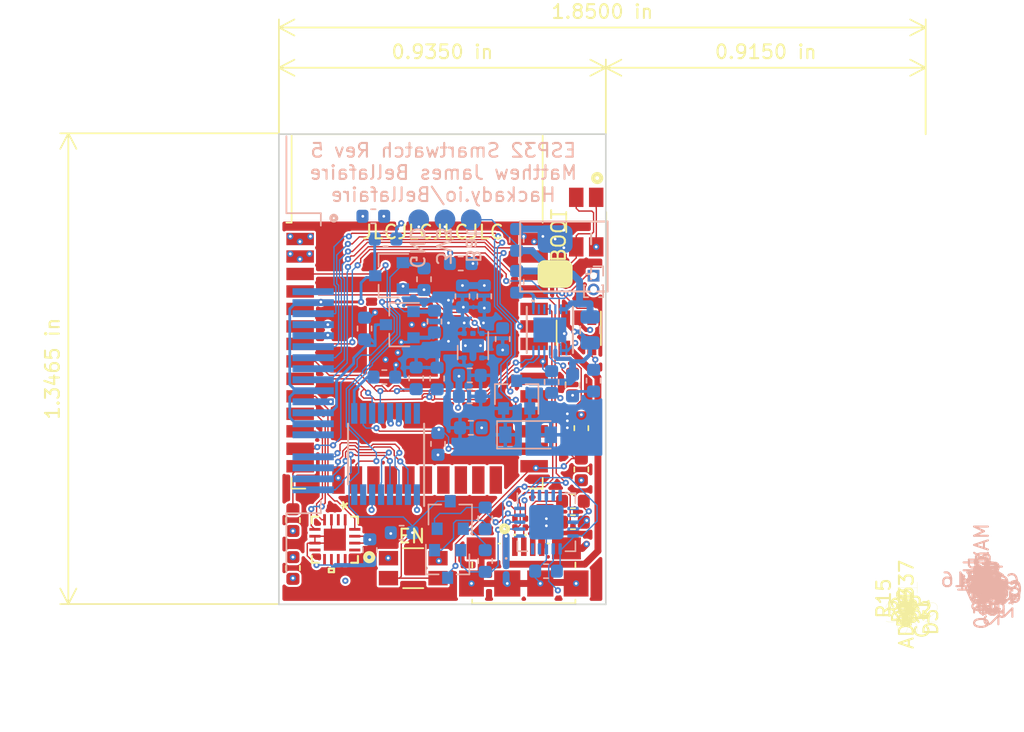
<source format=kicad_pcb>
(kicad_pcb (version 20241229) (generator "pcbnew") (generator_version "9.0")
  (layers (0 "F.Cu" signal) (4 "In1.Cu" signal) (6 "In2.Cu" signal) (2 "B.Cu" signal) (13 "F.Paste" user) (15 "B.Paste" user) (5 "F.SilkS" user) (7 "B.SilkS" user) (1 "F.Mask" user) (3 "B.Mask" user) (25 "Edge.Cuts" user))
  (net 0 "")
  (net 1 "/X-")
  (net 2 "/Y-")
  (net 3 "/X+")
  (net 4 "/Y+")
  (net 5 "/LCD_PWR")
  (net 6 "/LCD_CATHODE")
  (net 7 "+3V3")
  (net 8 "/LCD_RST")
  (net 9 "/LCD_A0")
  (net 10 "/LCD_MOSI")
  (net 11 "/LCD_SCK")
  (net 12 "/LCD_CS")
  (net 13 "GND")
  (net 14 "/BAT+")
  (net 15 "/PWR_IN")
  (net 16 "Net-(C3-Pad1)")
  (net 17 "/BAT_SENSE")
  (net 18 "Net-(C10-Pad1)")
  (net 19 "/MAX_REG")
  (net 20 "/VBUS")
  (net 21 "Net-(D2-Pad1)")
  (net 22 "Net-(D3-Pad1)")
  (net 23 "/IO0")
  (net 24 "/DTR")
  (net 25 "Net-(Q2-Pad1)")
  (net 26 "/EN")
  (net 27 "/RTS")
  (net 28 "Net-(Q3-Pad1)")
  (net 29 "/LCD_EN")
  (net 30 "/LCD_LED")
  (net 31 "Net-(R2-Pad2)")
  (net 32 "Net-(R3-Pad2)")
  (net 33 "/BAT_ALRT")
  (net 34 "Net-(R6-Pad2)")
  (net 35 "/REG_PG")
  (net 36 "Net-(R8-Pad1)")
  (net 37 "/RXD")
  (net 38 "/RXD0")
  (net 39 "/I2C_SCL")
  (net 40 "/I2C_SDA")
  (net 41 "/CHG_STAT")
  (net 42 "/IO12")
  (net 43 "/TOUCH_IRQ")
  (net 44 "/Y_ACCEL")
  (net 45 "/X_ACCEL")
  (net 46 "/Z_ACCEL")
  (footprint "Capacitor_SMD:C_0603_1608Metric" (layer "F.Cu") (at 102.235 83.8455 -90)
    (property "Reference" "C11")
    (property "Value" "0.1uF")
  )
  (footprint "Diode_SMD:D_0201_0603Metric" (layer "F.Cu") (at 98.806 93.914 90)
    (property "Reference" "D2")
    (property "Value" "ESDZV5-1BF4")
  )
  (footprint "Diode_SMD:D_0201_0603Metric" (layer "F.Cu") (at 98.044 93.914 90)
    (property "Reference" "D3")
    (property "Value" "ESDZV5-1BF4")
  )
  (footprint "CustomFootprints:AMPHENOL_10118192-0001LF" (layer "F.Cu") (at 98.689 95.631)
    (property "Reference" "J1")
    (property "Value" "10118192-0001LF")
  )
  (footprint "Resistor_SMD:R_0603_1608Metric" (layer "F.Cu") (at 102.87 87.0205 90)
    (property "Reference" "R1")
    (property "Value" "100k")
  )
  (footprint "Resistor_SMD:R_0603_1608Metric" (layer "F.Cu") (at 102.2605 93.853)
    (property "Reference" "R2")
    (property "Value" "27")
  )
  (footprint "Resistor_SMD:R_0603_1608Metric" (layer "F.Cu") (at 102.2605 92.329)
    (property "Reference" "R3")
    (property "Value" "27")
  )
  (footprint "Resistor_SMD:R_0603_1608Metric" (layer "F.Cu") (at 102.87 90.0175 90)
    (property "Reference" "R15")
    (property "Value" "10k")
  )
  (footprint "Resistor_SMD:R_0603_1608Metric" (layer "F.Cu") (at 81.915 93.7005 -90)
    (property "Reference" "R19")
    (property "Value" "10k")
  )
  (footprint "CustomFootprints:SW_EVQ-P7J01P" (layer "F.Cu") (at 103.2245 72.0505 -90)
    (property "Reference" "SW1")
    (property "Value" "EVQ-P7J01P")
  )
  (footprint "CustomFootprints:SW_EVQ-P7J01P" (layer "F.Cu") (at 90.656 97.192)
    (property "Reference" "SW2")
    (property "Value" "EVQ-P7J01P")
  )
  (footprint "Package_TO_SOT_SMD:SOT-23-5" (layer "F.Cu") (at 102.682 80.094 -90)
    (property "Reference" "U5")
    (property "Value" "MCP73832-2-OT")
  )
  (footprint "RF_Module:ESP32-WROOM-32" (layer "F.Cu") (at 90.941 81.534)
    (property "Reference" "U6")
    (property "Value" "ESP32-WROOM-32")
  )
  (footprint "CustomFootprints:ADXL337BCPZ-RL" (layer "F.Cu") (at 84.963 95.123 -90)
    (property "Reference" "U8")
    (property "Value" "ADXL337")
  )
  (footprint "Capacitor_SMD:C_0603_1608Metric" (layer "F.Cu") (at 81.915 97.1805 90)
    (property "Reference" "C9")
    (property "Value" "10uF")
  )
  (footprint "CustomFootprints:ZJY117" (layer "B.Cu") (at 83.693 82.303 -90)
    (property "Reference" "A1")
    (property "Value" "ZJY117")
  )
  (footprint "Capacitor_SMD:C_0603_1608Metric" (layer "B.Cu") (at 98.171 73.3425 90)
    (property "Reference" "C1")
    (property "Value" "10uF")
  )
  (footprint "Capacitor_SMD:C_0603_1608Metric" (layer "B.Cu") (at 94.7675 84.709 180)
    (property "Reference" "C2")
    (property "Value" "0.1uF")
  )
  (footprint "Capacitor_SMD:C_0603_1608Metric" (layer "B.Cu") (at 100.3045 97.409 180)
    (property "Reference" "C3")
    (property "Value" "0.1uF")
  )
  (footprint "Capacitor_SMD:C_0603_1608Metric" (layer "B.Cu") (at 94.7675 83.185 180)
    (property "Reference" "C4")
    (property "Value" "10uF")
  )
  (footprint "Capacitor_SMD:C_0603_1608Metric" (layer "B.Cu") (at 94.234 77.4445 90)
    (property "Reference" "C5")
    (property "Value" "10uF")
  )
  (footprint "Capacitor_SMD:C_0603_1608Metric" (layer "B.Cu") (at 102.235 83.9215 -90)
    (property "Reference" "C7")
    (property "Value" "10uF")
  )
  (footprint "Capacitor_SMD:C_0603_1608Metric" (layer "B.Cu") (at 95.8215 77.4445 90)
    (property "Reference" "C8")
    (property "Value" "0.1uF")
  )
  (footprint "Capacitor_SMD:C_0603_1608Metric" (layer "B.Cu") (at 88.557 83.312)
    (property "Reference" "C10")
    (property "Value" "10uF")
  )
  (footprint "Diode_SMD:D_SOD-123" (layer "B.Cu") (at 98.9965 87.503)
    (property "Reference" "D1")
    (property "Value" "FSV340FP")
  )
  (footprint "Diode_SMD:D_0201_0603Metric" (layer "B.Cu") (at 97.409 97.343 -90)
    (property "Reference" "D4")
    (property "Value" "ESDZV5-1BF4")
  )
  (footprint "CustomFootprints:BATTERY" (layer "B.Cu") (at 100.965 74.549 -90)
    (property "Reference" "J2")
    (property "Value" " ")
  )
  (footprint "CustomFootprints:TESTPAD" (layer "B.Cu") (at 94.869 71.882)
    (property "Reference" "J8")
    (property "Value" "TestPad")
  )
  (footprint "CustomFootprints:TESTPAD" (layer "B.Cu") (at 92.964 71.882)
    (property "Reference" "J9")
    (property "Value" "TestPad")
  )
  (footprint "CustomFootprints:TESTPAD" (layer "B.Cu") (at 91.059 71.882)
    (property "Reference" "J10")
    (property "Value" "TestPad")
  )
  (footprint "Package_TO_SOT_SMD:SOT-23" (layer "B.Cu") (at 98.171 84.582 90)
    (property "Reference" "Q1")
    (property "Value" "FDN340P")
  )
  (footprint "Package_TO_SOT_SMD:SOT-23" (layer "B.Cu") (at 93.157 96.885 -90)
    (property "Reference" "Q2")
    (property "Value" "MMBT3904")
  )
  (footprint "Package_TO_SOT_SMD:SOT-23" (layer "B.Cu") (at 93.345 93.329 90)
    (property "Reference" "Q3")
    (property "Value" "MMBT3904")
  )
  (footprint "Package_TO_SOT_SMD:SOT-23" (layer "B.Cu") (at 88.9 75.946 180)
    (property "Reference" "Q5")
    (property "Value" "FDN028N20")
  )
  (footprint "Package_TO_SOT_SMD:SOT-23" (layer "B.Cu") (at 89.678 79.502 180)
    (property "Reference" "Q6")
    (property "Value" "FDN028N20")
  )
  (footprint "Resistor_SMD:R_0603_1608Metric" (layer "B.Cu") (at 103.759 83.566 90)
    (property "Reference" "R6")
    (property "Value" "10k")
  )
  (footprint "Resistor_SMD:R_0603_1608Metric" (layer "B.Cu") (at 97.155 80.5435 90)
    (property "Reference" "R7")
    (property "Value" "100k")
  )
  (footprint "Resistor_SMD:R_0603_1608Metric" (layer "B.Cu") (at 98.171 76.3905 90)
    (property "Reference" "R8")
    (property "Value" "0 (NC)")
  )
  (footprint "Resistor_SMD:R_0603_1608Metric" (layer "B.Cu") (at 95.885 93.5735 90)
    (property "Reference" "R9")
    (property "Value" "10k")
  )
  (footprint "Resistor_SMD:R_0603_1608Metric" (layer "B.Cu") (at 95.885 96.6725 -90)
    (property "Reference" "R10")
    (property "Value" "10k")
  )
  (footprint "Resistor_SMD:R_0603_1608Metric" (layer "B.Cu") (at 90.8685 83.401 -90)
    (property "Reference" "R13")
    (property "Value" "10k")
  )
  (footprint "Resistor_SMD:R_0603_1608Metric" (layer "B.Cu") (at 92.3925 83.4135 -90)
    (property "Reference" "R14")
    (property "Value" "10k")
  )
  (footprint "Resistor_SMD:R_0603_1608Metric" (layer "B.Cu") (at 89.8145 94.615)
    (property "Reference" "R16")
    (property "Value" "10k")
  )
  (footprint "Resistor_SMD:R_0603_1608Metric" (layer "B.Cu") (at 94.107 75.057 180)
    (property "Reference" "R17")
    (property "Value" "10k")
  )
  (footprint "Resistor_SMD:R_0603_1608Metric" (layer "B.Cu") (at 100.711 83.6675 90)
    (property "Reference" "R18")
    (property "Value" "10k")
  )
  (footprint "Resistor_SMD:R_0603_1608Metric" (layer "B.Cu") (at 92.456 88.1635 90)
    (property "Reference" "R21")
    (property "Value" "100k")
  )
  (footprint "Resistor_SMD:R_0603_1608Metric" (layer "B.Cu") (at 92.202 79.2735 -90)
    (property "Reference" "R22")
    (property "Value" "10k")
  )
  (footprint "Resistor_SMD:R_0805_2012Metric" (layer "B.Cu") (at 103.505 79.883 -90)
    (property "Reference" "R23")
    (property "Value" "10m")
  )
  (footprint "Resistor_SMD:R_0603_1608Metric" (layer "B.Cu") (at 91.44 76.2 -90)
    (property "Reference" "R24")
    (property "Value" "10k")
  )
  (footprint "Connector_PinHeader_1.00mm:PinHeader_1x02_P1.00mm_Vertical" (layer "B.Cu") (at 103.759 75.946 180)
    (property "Reference" "TH1")
    (property "Value" "NXFT15XH103FA2B100")
  )
  (footprint "CustomFootprints:TDFN16-EP" (layer "B.Cu") (at 100.584 79.883 -90)
    (property "Reference" "U1")
    (property "Value" "MAX17260")
  )
  (footprint "Package_DFN_QFN:QFN-20-1EP_4x4mm_P0.5mm_EP2.5x2.5mm" (layer "B.Cu") (at 100.33 93.853 -90)
    (property "Reference" "U2")
    (property "Value" "FT231XQ")
  )
  (footprint "Package_SON:WSON-6-1EP_2x2mm_P0.65mm_EP1x1.6mm_ThermalVias" (layer "B.Cu") (at 94.996 81.026 -90)
    (property "Reference" "U3")
    (property "Value" "LP5912-3.3DRVT")
  )
  (footprint "Package_SO:TSSOP-16_4.4x5mm_P0.65mm" (layer "B.Cu") (at 88.646 88.9 90)
    (property "Reference" "U10")
    (property "Value" "TSC2003IPWR")
  )
  (footprint "Capacitor_SMD:C_0603_1608Metric" (layer "B.Cu") (at 94.8435 86.995)
    (property "Reference" "C6")
    (property "Value" "10uF")
  )
  (footprint "Capacitor_SMD:C_0603_1608Metric" (layer "B.Cu") (at 87.757 71.628 180)
    (property "Reference" "C12")
    (property "Value" "10uF")
  )
  (footprint "Capacitor_SMD:C_0603_1608Metric" (layer "B.Cu") (at 87.503 95.885 -90)
    (property "Reference" "C13")
    (property "Value" "10uF")
  )
  (footprint "Capacitor_SMD:C_0603_1608Metric" (layer "B.Cu") (at 88.646 73.279)
    (property "Reference" "C14")
    (property "Value" "10uF")
  )
  (footprint "Capacitor_SMD:C_0603_1608Metric" (layer "B.Cu") (at 87.122 79.7815 90)
    (property "Reference" "C15")
    (property "Value" "10uF")
  )
  (gr_line (start 80.899 99.822) (end 104.648 99.822) (stroke (width 0.12)) (layer "Edge.Cuts"))
  (gr_line (start 104.648 99.695) (end 104.648 99.822) (stroke (width 0.12)) (layer "Edge.Cuts"))
  (gr_line (start 80.899 65.659) (end 80.899 99.822) (stroke (width 0.12)) (layer "Edge.Cuts"))
  (gr_line (start 104.648 65.659) (end 104.648 99.695) (stroke (width 0.12)) (layer "Edge.Cuts"))
  (gr_line (start 80.899 65.659) (end 104.648 65.659) (stroke (width 0.12)) (layer "Edge.Cuts"))
  (gr_text "BOOT" (at 101.219 73.025 90) (layer "F.SilkS") (effects (font (size 1 1))))
  (gr_text "JLCJLCJLCJLC\n" (at 92.075 72.771 0) (layer "F.SilkS") (effects (font (size 1 1))))
  (gr_text "EN" (at 90.551 94.869 0) (layer "F.SilkS") (effects (font (size 1 1))))
  (gr_text "Bat" (at 94.996 73.787 270) (layer "B.SilkS") (effects (font (size 1 1)) (justify mirror)))
  (gr_text "ESP32 Smartwatch Rev 5\nMatthew James Bellafaire\nHackady.io/Bellafaire" (at 92.837 68.453 0) (layer "B.SilkS") (effects (font (size 1 1)) (justify mirror)))
  (gr_text "3V3" (at 92.837 73.787 270) (layer "B.SilkS") (effects (font (size 1 1)) (justify mirror)))
  (gr_text "GND" (at 90.932 73.914 270) (layer "B.SilkS") (effects (font (size 1 1)) (justify mirror)))
  (dimension (type aligned) (layer "F.SilkS") (pts (xy 80.899 65.659) (xy 104.648 65.659)) (height -4.825999) (format (prefix "") (suffix "") (units 0) (units_format 1) (precision 4)) (style (thickness 0.12) (arrow_length 1.27) (text_position_mode 0) (arrow_direction outward) (extension_height 0.58642) (extension_offset 0) (keep_text_aligned yes)) (gr_text "0.9350 in" (at 92.7735 59.683001 0) (layer "F.SilkS") (effects (font (size 1 1) (thickness 0.15)))))
  (dimension (type aligned) (layer "F.SilkS") (pts (xy 127.889 65.659) (xy 80.899 65.659)) (height 7.747) (format (prefix "") (suffix "") (units 0) (units_format 1) (precision 4)) (style (thickness 0.12) (arrow_length 1.27) (text_position_mode 0) (arrow_direction outward) (extension_height 0.58642) (extension_offset 0) (keep_text_aligned yes)) (gr_text "1.8500 in" (at 104.394 56.762 0) (layer "F.SilkS") (effects (font (size 1 1) (thickness 0.15)))))
  (dimension (type aligned) (layer "F.SilkS") (pts (xy 80.8 99.8) (xy 80.8 65.6)) (height -15.199999) (format (prefix "") (suffix "") (units 0) (units_format 1) (precision 4)) (style (thickness 0.12) (arrow_length 1.27) (text_position_mode 0) (arrow_direction outward) (extension_height 0.58642) (extension_offset 0) (keep_text_aligned yes)) (gr_text "1.3465 in" (at 64.450001 82.7 90) (layer "F.SilkS") (effects (font (size 1 1) (thickness 0.15)))))
  (dimension (type aligned) (layer "F.SilkS") (pts (xy 104.648 65.659) (xy 127.889 65.659)) (height -4.825999) (format (prefix "") (suffix "") (units 0) (units_format 1) (precision 4)) (style (thickness 0.12) (arrow_length 1.27) (text_position_mode 0) (arrow_direction outward) (extension_height 0.58642) (extension_offset 0) (keep_text_aligned yes)) (gr_text "0.9150 in" (at 116.2685 59.683001 0) (layer "F.SilkS") (effects (font (size 1 1) (thickness 0.15)))))
  (segment (start 86.487001 89.00056) (end 86.430188 88.943747) (width 0.1) (layer "F.Cu") (net 1))
  (segment (start 88.9635 89.408) (end 88.55606 89.00056) (width 0.1) (layer "F.Cu") (net 1))
  (segment (start 86.430188 88.943747) (end 86.11199 88.943747) (width 0.1) (layer "F.Cu") (net 1))
  (segment (start 88.55606 89.00056) (end 86.487001 89.00056) (width 0.1) (layer "F.Cu") (net 1))
  (via (at 86.11199 88.943747) (size 0.45) (drill 0.2) (layers "F.Cu" "B.Cu") (net 1))
  (via (at 88.9635 89.408) (size 0.45) (drill 0.2) (layers "F.Cu" "B.Cu") (net 1))
  (segment (start 86.13847 90.235672) (end 86.13847 89.288425) (width 0.1) (layer "B.Cu") (net 1))
  (segment (start 84.9882 91.4978) (end 85.524989 90.961011) (width 0.1) (layer "B.Cu") (net 1))
  (segment (start 85.524989 90.849153) (end 86.13847 90.235672) (width 0.1) (layer "B.Cu") (net 1))
  (segment (start 85.524989 90.961011) (end 85.524989 90.849153) (width 0.1) (layer "B.Cu") (net 1))
  (segment (start 86.11199 89.261945) (end 86.11199 88.943747) (width 0.1) (layer "B.Cu") (net 1))
  (segment (start 88.971 91.85) (end 88.971 89.4155) (width 0.1) (layer "B.Cu") (net 1))
  (segment (start 86.13847 89.288425) (end 86.11199 89.261945) (width 0.1) (layer "B.Cu") (net 1))
  (segment (start 83.3882 91.4978) (end 84.9882 91.4978) (width 0.1) (layer "B.Cu") (net 1))
  (segment (start 88.971 89.4155) (end 88.9635 89.408) (width 0.1) (layer "B.Cu") (net 1))
  (segment (start 85.736989 88.763746) (end 85.736989 89.082724) (width 0.1) (layer "F.Cu") (net 2))
  (segment (start 85.736989 89.082724) (end 85.740682 89.086417) (width 0.1) (layer "F.Cu") (net 2))
  (segment (start 86.649171 88.799074) (end 86.418843 88.568746) (width 0.1) (layer "F.Cu") (net 2))
  (segment (start 85.931989 88.568746) (end 85.736989 88.763746) (width 0.1) (layer "F.Cu") (net 2))
  (segment (start 86.418843 88.568746) (end 85.931989 88.568746) (width 0.1) (layer "F.Cu") (net 2))
  (segment (start 85.740682 89.086417) (end 85.740682 89.404615) (width 0.1) (layer "F.Cu") (net 2))
  (segment (start 88.88492 88.799074) (end 86.649171 88.799074) (width 0.1) (layer "F.Cu") (net 2))
  (via (at 88.88492 88.799074) (size 0.45) (drill 0.2) (layers "F.Cu" "B.Cu") (net 2))
  (via (at 85.740682 89.404615) (size 0.45) (drill 0.2) (layers "F.Cu" "B.Cu") (net 2))
  (segment (start 88.355406 90.965594) (end 88.355406 89.328588) (width 0.1) (layer "B.Cu") (net 2))
  (segment (start 88.321 91.85) (end 88.321 91) (width 0.1) (layer "B.Cu") (net 2))
  (segment (start 83.387 90.703) (end 84.596581 90.703) (width 0.1) (layer "B.Cu") (net 2))
  (segment (start 84.596581 90.703) (end 85.740682 89.558899) (width 0.1) (layer "B.Cu") (net 2))
  (segment (start 85.740682 89.558899) (end 85.740682 89.404615) (width 0.1) (layer "B.Cu") (net 2))
  (segment (start 88.355406 89.328588) (end 88.88492 88.799074) (width 0.1) (layer "B.Cu") (net 2))
  (segment (start 88.321 91) (end 88.355406 90.965594) (width 0.1) (layer "B.Cu") (net 2))
  (segment (start 86.416977 88.284022) (end 86.712976 88.580021) (width 0.1) (layer "F.Cu") (net 3))
  (segment (start 87.815011 88.389523) (end 89.008025 88.389523) (width 0.1) (layer "F.Cu") (net 3))
  (segment (start 89.008025 88.389523) (end 89.273703 88.655201) (width 0.1) (layer "F.Cu") (net 3))
  (segment (start 85.192475 89.463992) (end 85.192475 89.39782) (width 0.1) (layer "F.Cu") (net 3))
  (segment (start 86.712976 88.580021) (end 87.624513 88.580021) (width 0.1) (layer "F.Cu") (net 3))
  (segment (start 89.273703 88.655201) (end 89.273703 88.999795) (width 0.1) (layer "F.Cu") (net 3))
  (segment (start 85.536978 89.053317) (end 85.536978 88.680899) (width 0.1) (layer "F.Cu") (net 3))
  (segment (start 87.624513 88.580021) (end 87.815011 88.389523) (width 0.1) (layer "F.Cu") (net 3))
  (segment (start 85.933855 88.284022) (end 86.416977 88.284022) (width 0.1) (layer "F.Cu") (net 3))
  (segment (start 89.273703 88.999795) (end 89.713511 89.439603) (width 0.1) (layer "F.Cu") (net 3))
  (segment (start 85.192475 89.39782) (end 85.536978 89.053317) (width 0.1) (layer "F.Cu") (net 3))
  (segment (start 85.536978 88.680899) (end 85.933855 88.284022) (width 0.1) (layer "F.Cu") (net 3))
  (via (at 89.713511 89.439603) (size 0.45) (drill 0.2) (layers "F.Cu" "B.Cu") (net 3))
  (via (at 85.192475 89.463992) (size 0.45) (drill 0.2) (layers "F.Cu" "B.Cu") (net 3))
  (segment (start 83.387 89.903) (end 84.987 89.903) (width 0.1) (layer "B.Cu") (net 3))
  (segment (start 85.192475 89.697525) (end 85.192475 89.463992) (width 0.1) (layer "B.Cu") (net 3))
  (segment (start 84.987 89.903) (end 85.192475 89.697525) (width 0.1) (layer "B.Cu") (net 3))
  (segment (start 90.271 89.997092) (end 89.713511 89.439603) (width 0.1) (layer "B.Cu") (net 3))
  (segment (start 90.271 91.85) (end 90.271 89.997092) (width 0.1) (layer "B.Cu") (net 3))
  (segment (start 87.732164 88.189512) (end 89.343733 88.189512) (width 0.1) (layer "F.Cu") (net 4))
  (segment (start 89.648705 88.494484) (end 89.648705 88.812682) (width 0.1) (layer "F.Cu") (net 4))
  (segment (start 86.499824 88.084011) (end 86.795824 88.380011) (width 0.1) (layer "F.Cu") (net 4))
  (segment (start 87.541665 88.380011) (end 87.732164 88.189512) (width 0.1) (layer "F.Cu") (net 4))
  (segment (start 89.343733 88.189512) (end 89.648705 88.494484) (width 0.1) (layer "F.Cu") (net 4))
  (segment (start 85.338001 88.652003) (end 85.338001 88.206801) (width 0.1) (layer "F.Cu") (net 4))
  (segment (start 85.153504 88.8365) (end 85.338001 88.652003) (width 0.1) (layer "F.Cu") (net 4))
  (segment (start 86.795824 88.380011) (end 87.541665 88.380011) (width 0.1) (layer "F.Cu") (net 4))
  (segment (start 85.460791 88.084011) (end 86.499824 88.084011) (width 0.1) (layer "F.Cu") (net 4))
  (segment (start 85.338001 88.206801) (end 85.460791 88.084011) (width 0.1) (layer "F.Cu") (net 4))
  (via (at 85.153504 88.8365) (size 0.45) (drill 0.2) (layers "F.Cu" "B.Cu") (net 4))
  (via (at 89.648705 88.812682) (size 0.45) (drill 0.2) (layers "F.Cu" "B.Cu") (net 4))
  (segment (start 89.621 91.85) (end 89.621 90.105002) (width 0.1) (layer "B.Cu") (net 4))
  (segment (start 83.387 89.103) (end 84.987 89.103) (width 0.1) (layer "B.Cu") (net 4))
  (segment (start 89.338501 89.822503) (end 89.338501 89.122886) (width 0.1) (layer "B.Cu") (net 4))
  (segment (start 84.987 89.103) (end 85.153504 88.936496) (width 0.1) (layer "B.Cu") (net 4))
  (segment (start 85.153504 88.936496) (end 85.153504 88.8365) (width 0.1) (layer "B.Cu") (net 4))
  (segment (start 89.338501 89.122886) (end 89.648705 88.812682) (width 0.1) (layer "B.Cu") (net 4))
  (segment (start 89.621 90.105002) (end 89.338501 89.822503) (width 0.1) (layer "B.Cu") (net 4))
  (segment (start 86.868 77.851) (end 83.947 77.851) (width 0.2) (layer "F.Cu") (net 5))
  (via (at 86.868 77.851) (size 0.45) (drill 0.2) (layers "F.Cu" "B.Cu") (net 5))
  (via (at 83.947 77.851) (size 0.45) (drill 0.2) (layers "F.Cu" "B.Cu") (net 5))
  (segment (start 87.25 76.073) (end 86.868 76.455) (width 0.2) (layer "B.Cu") (net 5))
  (segment (start 86.868 76.455) (end 86.868 77.851) (width 0.2) (layer "B.Cu") (net 5))
  (segment (start 82.137 77.903) (end 83.387 77.903) (width 0.2) (layer "B.Cu") (net 5))
  (segment (start 81.687 84.753) (end 82.137 84.303) (width 0.2) (layer "B.Cu") (net 5))
  (segment (start 87.8585 73.279) (end 87.8585 75.9045) (width 0.2) (layer "B.Cu") (net 5))
  (segment (start 87.9 76.073) (end 87.25 76.073) (width 0.2) (layer "B.Cu") (net 5))
  (segment (start 81.686999 86.252999) (end 81.687 84.753) (width 0.2) (layer "B.Cu") (net 5))
  (segment (start 83.387 84.303) (end 82.137 84.303) (width 0.2) (layer "B.Cu") (net 5))
  (segment (start 87.8585 75.9045) (end 87.9 75.946) (width 0.2) (layer "B.Cu") (net 5))
  (segment (start 82.137 86.703) (end 81.686999 86.252999) (width 0.2) (layer "B.Cu") (net 5))
  (segment (start 81.687 78.353) (end 82.137 77.903) (width 0.2) (layer "B.Cu") (net 5))
  (segment (start 81.686999 83.852999) (end 81.687 78.353) (width 0.2) (layer "B.Cu") (net 5))
  (segment (start 82.137 84.303) (end 81.686999 83.852999) (width 0.2) (layer "B.Cu") (net 5))
  (segment (start 83.387 86.703) (end 82.137 86.703) (width 0.2) (layer "B.Cu") (net 5))
  (segment (start 87.9 80.910432) (end 87.884 81.026) (width 0.2) (layer "B.Cu") (net 6))
  (segment (start 86.331946 82.322628) (end 85.087 83.567574) (width 0.2) (layer "B.Cu") (net 6))
  (segment (start 87.884 80.264) (end 87.9 80.910432) (width 0.2) (layer "B.Cu") (net 6))
  (segment (start 84.637 85.903) (end 83.387 85.903) (width 0.2) (layer "B.Cu") (net 6))
  (segment (start 87.884 81.026) (end 87.229428 81.026) (width 0.2) (layer "B.Cu") (net 6))
  (segment (start 85.087 83.567574) (end 85.087 85.453) (width 0.2) (layer "B.Cu") (net 6))
  (segment (start 88.028 79.502) (end 87.884 79.646) (width 0.2) (layer "B.Cu") (net 6))
  (segment (start 87.884 79.646) (end 87.884 80.264) (width 0.2) (layer "B.Cu") (net 6))
  (segment (start 86.331946 81.923482) (end 86.331946 82.322628) (width 0.2) (layer "B.Cu") (net 6))
  (segment (start 87.122 80.569) (end 87.597 80.569) (width 0.2) (layer "B.Cu") (net 6))
  (segment (start 87.884 80.856) (end 87.884 81.026) (width 0.2) (layer "B.Cu") (net 6))
  (segment (start 87.229428 81.026) (end 86.331946 81.923482) (width 0.2) (layer "B.Cu") (net 6))
  (segment (start 88.678 79.502) (end 88.028 79.502) (width 0.2) (layer "B.Cu") (net 6))
  (segment (start 85.087 85.453) (end 84.637 85.903) (width 0.2) (layer "B.Cu") (net 6))
  (segment (start 87.597 80.569) (end 87.884 80.856) (width 0.2) (layer "B.Cu") (net 6))
  (segment (start 87.9 79.502) (end 87.884 80.264) (width 0.2) (layer "B.Cu") (net 6))
  (segment (start 87.245 95.373) (end 87.249 95.377) (width 0.1) (layer "F.Cu") (net 7))
  (segment (start 87.253 95.373) (end 87.503 95.123) (width 0.1) (layer "F.Cu") (net 7))
  (segment (start 86.4108 94.873) (end 87.245 94.873) (width 0.1) (layer "F.Cu") (net 7))
  (segment (start 87.245 94.873) (end 87.249 94.869) (width 0.1) (layer "F.Cu") (net 7))
  (segment (start 86.4108 95.373) (end 87.245 95.373) (width 0.1) (layer "F.Cu") (net 7))
  (segment (start 87.245 95.373) (end 87.253 95.373) (width 0.1) (layer "F.Cu") (net 7))
  (segment (start 87.245 94.873) (end 87.253 94.873) (width 0.1) (layer "F.Cu") (net 7))
  (segment (start 87.253 94.873) (end 87.503 95.123) (width 0.1) (layer "F.Cu") (net 7))
  (via (at 83.1215 74.3585) (size 0.45) (drill 0.2) (layers "F.Cu" "B.Cu") (net 7))
  (via (at 94.361 79.375) (size 0.45) (drill 0.2) (layers "F.Cu" "B.Cu") (net 7))
  (via (at 93.218 77.724) (size 0.45) (drill 0.2) (layers "F.Cu" "B.Cu") (net 7))
  (via (at 81.7245 74.3585) (size 0.45) (drill 0.2) (layers "F.Cu" "B.Cu") (net 7))
  (via (at 101.164002 98.806) (size 0.45) (drill 0.2) (layers "F.Cu" "B.Cu") (net 7))
  (via (at 88.519 71.628) (size 0.45) (drill 0.2) (layers "F.Cu" "B.Cu") (net 7))
  (via (at 92.964 72.39) (size 0.45) (drill 0.2) (layers "F.Cu" "B.Cu") (net 7))
  (via (at 95.8215 78.2955) (size 0.45) (drill 0.2) (layers "F.Cu" "B.Cu") (net 7))
  (via (at 92.456 88.9635) (size 0.45) (drill 0.2) (layers "F.Cu" "B.Cu") (net 7))
  (via (at 101.346 84.836) (size 0.45) (drill 0.2) (layers "F.Cu" "B.Cu") (net 7))
  (via (at 93.218 79.375) (size 0.45) (drill 0.2) (layers "F.Cu" "B.Cu") (net 7))
  (via (at 82.423 74.7395) (size 0.45) (drill 0.2) (layers "F.Cu" "B.Cu") (net 7))
  (via (at 89.027 94.6785) (size 0.45) (drill 0.2) (layers "F.Cu" "B.Cu") (net 7))
  (via (at 94.2975 78.232) (size 0.45) (drill 0.2) (layers "F.Cu" "B.Cu") (net 7))
  (via (at 102.87 90.805) (size 0.45) (drill 0.2) (layers "F.Cu" "B.Cu") (net 7))
  (via (at 84.455 80.264) (size 0.45) (drill 0.2) (layers "F.Cu" "B.Cu") (net 7))
  (via (at 84.661991 85.097798) (size 0.45) (drill 0.2) (layers "F.Cu" "B.Cu") (net 7))
  (via (at 93.218 80.7085) (size 0.45) (drill 0.2) (layers "F.Cu" "B.Cu") (net 7))
  (via (at 87.503 95.123) (size 0.45) (drill 0.2) (layers "F.Cu" "B.Cu") (net 7))
  (via (at 95.758 79.375) (size 0.45) (drill 0.2) (layers "F.Cu" "B.Cu") (net 7))
  (via (at 90.932 92.964) (size 0.45) (drill 0.2) (layers "F.Cu" "B.Cu") (net 7))
  (via (at 94.996 75.057) (size 0.45) (drill 0.2) (layers "F.Cu" "B.Cu") (net 7))
  (via (at 97.155 81.3435) (size 0.45) (drill 0.2) (layers "F.Cu" "B.Cu") (net 7))
  (via (at 84.455 79.502) (size 0.45) (drill 0.2) (layers "F.Cu" "B.Cu") (net 7))
  (via (at 81.915 97.917) (size 0.45) (drill 0.2) (layers "F.Cu" "B.Cu") (net 7))
  (segment (start 83.387 85.103) (end 83.392202 85.097798) (width 0.2) (layer "B.Cu") (net 7))
  (segment (start 92.864 71.517) (end 92.853 71.517) (width 0.1) (layer "B.Cu") (net 7))
  (segment (start 92.853 71.517) (end 92.837 71.501) (width 0.1) (layer "B.Cu") (net 7))
  (segment (start 83.387 80.303) (end 84.416 80.303) (width 0.5) (layer "B.Cu") (net 7))
  (segment (start 100.50449 98.146488) (end 101.164002 98.806) (width 0.1) (layer "B.Cu") (net 7))
  (segment (start 83.387 79.503) (end 84.454 79.503) (width 0.5) (layer "B.Cu") (net 7))
  (segment (start 83.392202 85.097798) (end 84.343793 85.097798) (width 0.2) (layer "B.Cu") (net 7))
  (segment (start 90.921 91.85) (end 90.921 92.953) (width 0.1) (layer "B.Cu") (net 7))
  (segment (start 89.027 94.615) (end 89.027 94.6785) (width 0.1) (layer "B.Cu") (net 7))
  (segment (start 100.83 96.674492) (end 100.50449 97.000002) (width 0.1) (layer "B.Cu") (net 7))
  (segment (start 97.155 81.331) (end 97.155 81.3435) (width 0.1) (layer "B.Cu") (net 7))
  (segment (start 84.416 80.303) (end 84.455 80.264) (width 0.5) (layer "B.Cu") (net 7))
  (segment (start 100.83 95.7905) (end 100.83 96.674492) (width 0.1) (layer "B.Cu") (net 7))
  (segment (start 100.8635 84.3535) (end 101.346 84.836) (width 0.1) (layer "B.Cu") (net 7))
  (segment (start 84.454 79.503) (end 84.455 79.502) (width 0.5) (layer "B.Cu") (net 7))
  (segment (start 84.343793 85.097798) (end 84.661991 85.097798) (width 0.2) (layer "B.Cu") (net 7))
  (segment (start 92.456 88.951) (end 92.456 88.9635) (width 0.1) (layer "B.Cu") (net 7))
  (segment (start 100.50449 97.000002) (end 100.50449 98.146488) (width 0.1) (layer "B.Cu") (net 7))
  (segment (start 94.8945 75.057) (end 94.996 75.057) (width 0.1) (layer "B.Cu") (net 7))
  (segment (start 87.503 95.0975) (end 87.503 95.123) (width 0.3) (layer "B.Cu") (net 7))
  (segment (start 90.921 92.953) (end 90.932 92.964) (width 0.1) (layer "B.Cu") (net 7))
  (segment (start 95.87549 73.84099) (end 87.38551 73.84099) (width 0.1) (layer "F.Cu") (net 8))
  (segment (start 99.441 75.819) (end 97.8535 75.819) (width 0.1) (layer "F.Cu") (net 8))
  (segment (start 87.38551 73.84099) (end 85.9155 75.311) (width 0.1) (layer "F.Cu") (net 8))
  (segment (start 97.8535 75.819) (end 95.87549 73.84099) (width 0.1) (layer "F.Cu") (net 8))
  (via (at 85.9155 75.311) (size 0.45) (drill 0.2) (layers "F.Cu" "B.Cu") (net 8))
  (segment (start 84.637 83.503) (end 85.857999 82.282001) (width 0.1) (layer "B.Cu") (net 8))
  (segment (start 85.857999 82.282001) (end 85.857999 75.686699) (width 0.1) (layer "B.Cu") (net 8))
  (segment (start 85.857999 75.686699) (end 85.9155 75.629198) (width 0.1) (layer "B.Cu") (net 8))
  (segment (start 83.387 83.503) (end 84.637 83.503) (width 0.1) (layer "B.Cu") (net 8))
  (segment (start 85.9155 75.629198) (end 85.9155 75.311) (width 0.1) (layer "B.Cu") (net 8))
  (segment (start 98.743198 79.629) (end 98.425 79.629) (width 0.1) (layer "F.Cu") (net 9))
  (segment (start 85.915324 74.734157) (end 86.140323 74.509158) (width 0.1) (layer "F.Cu") (net 9))
  (segment (start 86.342126 74.509158) (end 87.327795 73.523489) (width 0.1) (layer "F.Cu") (net 9))
  (segment (start 99.441 79.629) (end 98.743198 79.629) (width 0.1) (layer "F.Cu") (net 9))
  (segment (start 86.140323 74.509158) (end 86.342126 74.509158) (width 0.1) (layer "F.Cu") (net 9))
  (segment (start 87.327795 73.523489) (end 95.840847 73.523489) (width 0.1) (layer "F.Cu") (net 9))
  (segment (start 95.840847 73.523489) (end 96.612358 74.295) (width 0.1) (layer "F.Cu") (net 9))
  (segment (start 96.612358 74.295) (end 97.2185 74.295) (width 0.1) (layer "F.Cu") (net 9))
  (via (at 98.425 79.629) (size 0.45) (drill 0.2) (layers "F.Cu" "B.Cu") (net 9))
  (via (at 97.2185 74.295) (size 0.45) (drill 0.2) (layers "F.Cu" "B.Cu") (net 9))
  (via (at 85.915324 74.734157) (size 0.45) (drill 0.2) (layers "F.Cu" "B.Cu") (net 9))
  (segment (start 85.657989 82.032011) (end 85.657989 76.179991) (width 0.1) (layer "B.Cu") (net 9))
  (segment (start 97.2185 74.295) (end 96.9645 74.549) (width 0.1) (layer "B.Cu") (net 9))
  (segment (start 83.387 82.703) (end 84.987 82.703) (width 0.1) (layer "B.Cu") (net 9))
  (segment (start 98.425 79.4385) (end 98.425 79.629) (width 0.1) (layer "B.Cu") (net 9))
  (segment (start 85.657989 76.179991) (end 85.499533 76.021535) (width 0.1) (layer "B.Cu") (net 9))
  (segment (start 84.987 82.703) (end 85.657989 82.032011) (width 0.1) (layer "B.Cu") (net 9))
  (segment (start 85.499533 76.021535) (end 85.499533 75.149948) (width 0.1) (layer "B.Cu") (net 9))
  (segment (start 96.9645 74.549) (end 96.9645 77.978) (width 0.1) (layer "B.Cu") (net 9))
  (segment (start 96.9645 77.978) (end 98.425 79.4385) (width 0.1) (layer "B.Cu") (net 9))
  (segment (start 85.499533 75.149948) (end 85.915324 74.734157) (width 0.1) (layer "B.Cu") (net 9))
  (segment (start 96.520215 73.919999) (end 95.923695 73.323479) (width 0.1) (layer "F.Cu") (net 10))
  (segment (start 99.361999 73.919999) (end 96.520215 73.919999) (width 0.1) (layer "F.Cu") (net 10))
  (segment (start 99.441 73.999) (end 99.361999 73.919999) (width 0.1) (layer "F.Cu") (net 10))
  (segment (start 86.239478 74.184177) (end 85.92128 74.184177) (width 0.1) (layer "F.Cu") (net 10))
  (segment (start 99.441 74.549) (end 99.441 73.999) (width 0.1) (layer "F.Cu") (net 10))
  (segment (start 87.100176 73.323479) (end 86.239478 74.184177) (width 0.1) (layer "F.Cu") (net 10))
  (segment (start 95.923695 73.323479) (end 87.100176 73.323479) (width 0.1) (layer "F.Cu") (net 10))
  (via (at 85.92128 74.184177) (size 0.45) (drill 0.2) (layers "F.Cu" "B.Cu") (net 10))
  (segment (start 85.299522 76.104382) (end 85.299522 74.805935) (width 0.1) (layer "B.Cu") (net 10))
  (segment (start 85.299522 74.805935) (end 85.92128 74.184177) (width 0.1) (layer "B.Cu") (net 10))
  (segment (start 85.437022 76.241882) (end 85.299522 76.104382) (width 0.1) (layer "B.Cu") (net 10))
  (segment (start 83.387 81.903) (end 84.987 81.903) (width 0.1) (layer "B.Cu") (net 10))
  (segment (start 85.437022 81.452978) (end 85.437022 76.241882) (width 0.1) (layer "B.Cu") (net 10))
  (segment (start 84.987 81.903) (end 85.437022 81.452978) (width 0.1) (layer "B.Cu") (net 10))
  (segment (start 99.441 83.439) (end 98.341 83.439) (width 0.1) (layer "F.Cu") (net 11))
  (segment (start 96.735607 73.544989) (end 97.117305 73.544989) (width 0.1) (layer "F.Cu") (net 11))
  (segment (start 96.314086 73.123468) (end 96.735607 73.544989) (width 0.1) (layer "F.Cu") (net 11))
  (segment (start 86.228978 73.634265) (end 86.739775 73.123468) (width 0.1) (layer "F.Cu") (net 11))
  (segment (start 85.91078 73.634265) (end 86.228978 73.634265) (width 0.1) (layer "F.Cu") (net 11))
  (segment (start 86.739775 73.123468) (end 96.314086 73.123468) (width 0.1) (layer "F.Cu") (net 11))
  (segment (start 97.712834 84.067166) (end 97.712834 84.351765) (width 0.1) (layer "F.Cu") (net 11))
  (segment (start 98.341 83.439) (end 97.712834 84.067166) (width 0.1) (layer "F.Cu") (net 11))
  (via (at 97.117305 73.544989) (size 0.45) (drill 0.2) (layers "F.Cu" "B.Cu") (net 11))
  (via (at 97.712834 84.351765) (size 0.45) (drill 0.2) (layers "F.Cu" "B.Cu") (net 11))
  (via (at 85.91078 73.634265) (size 0.45) (drill 0.2) (layers "F.Cu" "B.Cu") (net 11))
  (segment (start 98.049998 79.371632) (end 96.764489 78.086123) (width 0.1) (layer "B.Cu") (net 11))
  (segment (start 83.387 81.103) (end 84.987 81.103) (width 0.1) (layer "B.Cu") (net 11))
  (segment (start 96.764489 73.897805) (end 97.117305 73.544989) (width 0.1) (layer "B.Cu") (net 11))
  (segment (start 97.712834 84.351765) (end 97.487835 84.126766) (width 0.1) (layer "B.Cu") (net 11))
  (segment (start 85.099511 76.512651) (end 85.099511 74.445534) (width 0.1) (layer "B.Cu") (net 11))
  (segment (start 85.099511 74.445534) (end 85.91078 73.634265) (width 0.1) (layer "B.Cu") (net 11))
  (segment (start 85.237011 76.650151) (end 85.099511 76.512651) (width 0.1) (layer "B.Cu") (net 11))
  (segment (start 85.237011 80.852989) (end 85.237011 76.650151) (width 0.1) (layer "B.Cu") (net 11))
  (segment (start 97.487835 84.126766) (end 97.487835 82.277531) (width 0.1) (layer "B.Cu") (net 11))
  (segment (start 96.764489 78.086123) (end 96.764489 73.897805) (width 0.1) (layer "B.Cu") (net 11))
  (segment (start 97.487835 82.277531) (end 98.049998 81.715368) (width 0.1) (layer "B.Cu") (net 11))
  (segment (start 98.049998 81.715368) (end 98.049998 79.371632) (width 0.1) (layer "B.Cu") (net 11))
  (segment (start 84.987 81.103) (end 85.237011 80.852989) (width 0.1) (layer "B.Cu") (net 11))
  (segment (start 86.203999 72.863501) (end 96.610491 72.863501) (width 0.1) (layer "F.Cu") (net 12))
  (segment (start 99.441 87.249) (end 98.341 87.249) (width 0.1) (layer "F.Cu") (net 12))
  (segment (start 96.610491 72.863501) (end 96.825658 73.078668) (width 0.1) (layer "F.Cu") (net 12))
  (segment (start 98.1075 87.0155) (end 98.1075 84.963) (width 0.1) (layer "F.Cu") (net 12))
  (segment (start 85.979 73.0885) (end 86.203999 72.863501) (width 0.1) (layer "F.Cu") (net 12))
  (segment (start 98.341 87.249) (end 98.1075 87.0155) (width 0.1) (layer "F.Cu") (net 12))
  (via (at 85.979 73.0885) (size 0.45) (drill 0.2) (layers "F.Cu" "B.Cu") (net 12))
  (via (at 98.1075 84.963) (size 0.45) (drill 0.2) (layers "F.Cu" "B.Cu") (net 12))
  (via (at 96.825658 73.078668) (size 0.45) (drill 0.2) (layers "F.Cu" "B.Cu") (net 12))
  (segment (start 84.8995 73.849802) (end 85.660802 73.0885) (width 0.1) (layer "B.Cu") (net 12))
  (segment (start 97.028 84.328) (end 97.028 82.454508) (width 0.1) (layer "B.Cu") (net 12))
  (segment (start 98.1075 84.963) (end 97.663 84.963) (width 0.1) (layer "B.Cu") (net 12))
  (segment (start 97.78001 79.384502) (end 96.56448 78.168972) (width 0.1) (layer "B.Cu") (net 12))
  (segment (start 97.028 82.454508) (end 97.78001 81.702498) (width 0.1) (layer "B.Cu") (net 12))
  (segment (start 97.663 84.963) (end 97.028 84.328) (width 0.1) (layer "B.Cu") (net 12))
  (segment (start 96.56448 73.339846) (end 96.825658 73.078668) (width 0.1) (layer "B.Cu") (net 12))
  (segment (start 85.037001 76.732999) (end 84.8995 76.595498) (width 0.1) (layer "B.Cu") (net 12))
  (segment (start 85.660802 73.0885) (end 85.979 73.0885) (width 0.1) (layer "B.Cu") (net 12))
  (segment (start 85.037001 78.652999) (end 85.037001 76.732999) (width 0.1) (layer "B.Cu") (net 12))
  (segment (start 96.56448 78.168972) (end 96.56448 73.339846) (width 0.1) (layer "B.Cu") (net 12))
  (segment (start 84.8995 76.595498) (end 84.8995 73.849802) (width 0.1) (layer "B.Cu") (net 12))
  (segment (start 83.387 78.703) (end 84.987 78.703) (width 0.1) (layer "B.Cu") (net 12))
  (segment (start 84.987 78.703) (end 85.037001 78.652999) (width 0.1) (layer "B.Cu") (net 12))
  (segment (start 97.78001 81.702498) (end 97.78001 79.384502) (width 0.1) (layer "B.Cu") (net 12))
  (segment (start 102.87 86.0805) (end 102.87 86.0425) (width 0.2) (layer "F.Cu") (net 13))
  (segment (start 103.215998 79.883) (end 103.505 79.883) (width 0.3) (layer "F.Cu") (net 13))
  (segment (start 84.713 94.873) (end 84.963 95.123) (width 0.1) (layer "F.Cu") (net 13))
  (segment (start 103.95901 73.04099) (end 103.9495 73.0505) (width 0.1) (layer "F.Cu") (net 13))
  (segment (start 85.713001 94.372999) (end 84.963 95.123) (width 0.1) (layer "F.Cu") (net 13))
  (segment (start 98.044 93.594) (end 98.044 92.941964) (width 0.1) (layer "F.Cu") (net 13))
  (segment (start 101.789 95.756) (end 102.9355 95.756) (width 0.5) (layer "F.Cu") (net 13))
  (segment (start 99.989 95.631) (end 99.989 94.456) (width 0.5) (layer "F.Cu") (net 13))
  (segment (start 84.713 95.373) (end 84.963 95.123) (width 0.1) (layer "F.Cu") (net 13))
  (segment (start 85.226 90.789) (end 85.226 90.656581) (width 0.2) (layer "F.Cu") (net 13))
  (segment (start 103.9495 71.0505) (end 103.95901 71.06001) (width 0.1) (layer "F.Cu") (net 13))
  (segment (start 98.044 92.941964) (end 97.616445 92.514409) (width 0.1) (layer "F.Cu") (net 13))
  (segment (start 82.958799 95.423001) (end 82.958799 96.293799) (width 0.1) (layer "F.Cu") (net 13))
  (segment (start 98.806 93.594) (end 98.806 92.329) (width 0.1) (layer "F.Cu") (net 13))
  (segment (start 85.226 90.656581) (end 85.212001 90.642582) (width 0.2) (layer "F.Cu") (net 13))
  (segment (start 103.9495 73.0505) (end 103.9495 73.8505) (width 0.1) (layer "F.Cu") (net 13))
  (segment (start 83.5152 95.373) (end 83.0088 95.373) (width 0.1) (layer "F.Cu") (net 13))
  (segment (start 99.889 98.306) (end 99.964001 98.230999) (width 0.5) (layer "F.Cu") (net 13))
  (segment (start 102.9355 95.756) (end 103.251 95.4405) (width 0.5) (layer "F.Cu") (net 13))
  (segment (start 99.964001 98.230999) (end 102.413999 98.230999) (width 0.5) (layer "F.Cu") (net 13))
  (segment (start 85.713001 93.6752) (end 85.713001 94.372999) (width 0.1) (layer "F.Cu") (net 13))
  (segment (start 95.589 97.606) (end 94.889 98.306) (width 0.5) (layer "F.Cu") (net 13))
  (segment (start 83.0088 95.373) (end 82.958799 95.423001) (width 0.1) (layer "F.Cu") (net 13))
  (segment (start 102.682 79.349002) (end 103.215998 79.883) (width 0.3) (layer "F.Cu") (net 13))
  (segment (start 103.9495 70.2505) (end 103.9495 71.0505) (width 0.1) (layer "F.Cu") (net 13))
  (segment (start 103.95901 71.06001) (end 103.95901 73.04099) (width 0.1) (layer "F.Cu") (net 13))
  (segment (start 99.989 94.456) (end 100.33 94.115) (width 0.5) (layer "F.Cu") (net 13))
  (segment (start 82.958799 96.293799) (end 83.6295 96.9645) (width 0.1) (layer "F.Cu") (net 13))
  (segment (start 83.5152 94.873) (end 84.713 94.873) (width 0.1) (layer "F.Cu") (net 13))
  (segment (start 95.589 95.756) (end 95.589 97.606) (width 0.5) (layer "F.Cu") (net 13))
  (segment (start 84.713 93.6752) (end 84.713 94.873) (width 0.1) (layer "F.Cu") (net 13))
  (segment (start 83.5152 95.373) (end 84.713 95.373) (width 0.1) (layer "F.Cu") (net 13))
  (segment (start 92.456 96.596502) (end 92.5195 96.660002) (width 0.1) (layer "F.Cu") (net 13))
  (segment (start 83.5152 94.873) (end 83.5152 95.373) (width 0.1) (layer "F.Cu") (net 13))
  (segment (start 98.806 92.329) (end 98.7425 92.2655) (width 0.1) (layer "F.Cu") (net 13))
  (segment (start 100.33 94.115) (end 100.33 93.599) (width 0.5) (layer "F.Cu") (net 13))
  (segment (start 102.682 78.994) (end 102.682 79.349002) (width 0.3) (layer "F.Cu") (net 13))
  (segment (start 94.889 98.306) (end 97.489 98.306) (width 0.5) (layer "F.Cu") (net 13))
  (segment (start 92.456 96.467) (end 92.456 96.596502) (width 0.1) (layer "F.Cu") (net 13))
  (segment (start 102.413999 98.230999) (end 102.489 98.306) (width 0.5) (layer "F.Cu") (net 13))
  (segment (start 97.489 98.306) (end 99.889 98.306) (width 0.5) (layer "F.Cu") (net 13))
  (via (at 83.185 73.0885) (size 0.45) (drill 0.2) (layers "F.Cu" "B.Cu") (net 13))
  (via (at 101.6 72.644) (size 0.45) (drill 0.2) (layers "F.Cu" "B.Cu") (net 13))
  (via (at 103.9495 73.8505) (size 0.45) (drill 0.2) (layers "F.Cu" "B.Cu") (net 13))
  (via (at 95.631 86.995) (size 0.45) (drill 0.2) (layers "F.Cu" "B.Cu") (net 13))
  (via (at 99.441 73.4695) (size 0.45) (drill 0.2) (layers "F.Cu" "B.Cu") (net 13))
  (via (at 89.789 80.772) (size 0.45) (drill 0.2) (layers "F.Cu" "B.Cu") (net 13))
  (via (at 93.98 83.2485) (size 0.45) (drill 0.2) (layers "F.Cu" "B.Cu") (net 13))
  (via (at 87.63 92.964) (size 0.45) (drill 0.2) (layers "F.Cu" "B.Cu") (net 13))
  (via (at 88.646 82.042) (size 0.45) (drill 0.2) (layers "F.Cu" "B.Cu") (net 13))
  (via (at 103.251 95.4405) (size 0.45) (drill 0.2) (layers "F.Cu" "B.Cu") (net 13))
  (via (at 102.87 86.0425) (size 0.45) (drill 0.2) (layers "F.Cu" "B.Cu") (net 13))
  (via (at 89.027 86.68349) (size 0.45) (drill 0.2) (layers "F.Cu" "B.Cu") (net 13))
  (via (at 91.44 76.962) (size 0.45) (drill 0.2) (layers "F.Cu" "B.Cu") (net 13))
  (via (at 97.489 98.306) (size 0.45) (drill 0.2) (layers "F.Cu" "B.Cu") (net 13))
  (via (at 85.725 98.1075) (size 0.45) (drill 0.2) (layers "F.Cu" "B.Cu") (net 13))
  (via (at 92.5195 96.660002) (size 0.45) (drill 0.2) (layers "F.Cu" "B.Cu") (net 13))
  (via (at 91.44 79.502) (size 0.45) (drill 0.2) (layers "F.Cu" "B.Cu") (net 13))
  (via (at 85.212001 90.642582) (size 0.45) (drill 0.2) (layers "F.Cu" "B.Cu") (net 13))
  (via (at 90.551 79.502) (size 0.45) (drill 0.2) (layers "F.Cu" "B.Cu") (net 13))
  (via (at 97.616445 92.514409) (size 0.45) (drill 0.2) (layers "F.Cu" "B.Cu") (net 13))
  (via (at 100.965 73.279) (size 0.45) (drill 0.2) (layers "F.Cu" "B.Cu") (net 13))
  (via (at 94.889 98.306) (size 0.45) (drill 0.2) (layers "F.Cu" "B.Cu") (net 13))
  (via (at 86.995 71.628) (size 0.45) (drill 0.2) (layers "F.Cu" "B.Cu") (net 13))
  (via (at 95.8215 76.657) (size 0.45) (drill 0.2) (layers "F.Cu" "B.Cu") (net 13))
  (via (at 103.505 79.883) (size 0.45) (drill 0.2) (layers "F.Cu" "B.Cu") (net 13))
  (via (at 82.423 73.4695) (size 0.45) (drill 0.2) (layers "F.Cu" "B.Cu") (net 13))
  (via (at 87.884 78.613) (size 0.45) (drill 0.2) (layers "F.Cu" "B.Cu") (net 13))
  (via (at 98.679 73.0885) (size 0.45) (drill 0.2) (layers "F.Cu" "B.Cu") (net 13))
  (via (at 81.915 94.488) (size 0.45) (drill 0.2) (layers "F.Cu" "B.Cu") (net 13))
  (via (at 89.535 81.534) (size 0.45) (drill 0.2) (layers "F.Cu" "B.Cu") (net 13))
  (via (at 94.234 76.657) (size 0.45) (drill 0.2) (layers "F.Cu" "B.Cu") (net 13))
  (via (at 91.059 72.39) (size 0.45) (drill 0.2) (layers "F.Cu" "B.Cu") (net 13))
  (via (at 102.235 84.633) (size 0.45) (drill 0.2) (layers "F.Cu" "B.Cu") (net 13))
  (via (at 100.33 94.115) (size 0.45) (drill 0.2) (layers "F.Cu" "B.Cu") (net 13))
  (via (at 98.7425 92.2655) (size 0.45) (drill 0.2) (layers "F.Cu" "B.Cu") (net 13))
  (via (at 89.789 72.136) (size 0.45) (drill 0.2) (layers "F.Cu" "B.Cu") (net 13))
  (via (at 102.489 98.306) (size 0.45) (drill 0.2) (layers "F.Cu" "B.Cu") (net 13))
  (via (at 101.6 73.914) (size 0.45) (drill 0.2) (layers "F.Cu" "B.Cu") (net 13))
  (via (at 89.916 76.708) (size 0.45) (drill 0.2) (layers "F.Cu" "B.Cu") (net 13))
  (via (at 89.408 82.423) (size 0.45) (drill 0.2) (layers "F.Cu" "B.Cu") (net 13))
  (via (at 99.889 98.306) (size 0.45) (drill 0.2) (layers "F.Cu" "B.Cu") (net 13))
  (via (at 101.632009 80.151317) (size 0.45) (drill 0.2) (layers "F.Cu" "B.Cu") (net 13))
  (via (at 83.6295 96.9645) (size 0.45) (drill 0.2) (layers "F.Cu" "B.Cu") (net 13))
  (via (at 100.076 73.0885) (size 0.45) (drill 0.2) (layers "F.Cu" "B.Cu") (net 13))
  (via (at 100.33 93.599) (size 0.45) (drill 0.2) (layers "F.Cu" "B.Cu") (net 13))
  (via (at 89.5985 86.68349) (size 0.45) (drill 0.2) (layers "F.Cu" "B.Cu") (net 13))
  (via (at 88.8365 96.4565) (size 0.45) (drill 0.2) (layers "F.Cu" "B.Cu") (net 13))
  (via (at 93.9165 85.5345) (size 0.45) (drill 0.2) (layers "F.Cu" "B.Cu") (net 13))
  (via (at 81.915 96.393) (size 0.45) (drill 0.2) (layers "F.Cu" "B.Cu") (net 13))
  (via (at 102.4255 80.8355) (size 0.45) (drill 0.2) (layers "F.Cu" "B.Cu") (net 13))
  (via (at 81.7245 73.0885) (size 0.45) (drill 0.2) (layers "F.Cu" "B.Cu") (net 13))
  (segment (start 94.234 76.657) (end 95.8215 76.657) (width 0.5) (layer "B.Cu") (net 13))
  (segment (start 92.1005 80.4165) (end 92.202 80.315) (width 0.3) (layer "B.Cu") (net 13))
  (segment (start 87.671 91.85) (end 87.671 92.923) (width 0.1) (layer "B.Cu") (net 13))
  (segment (start 87.671 92.923) (end 87.63 92.964) (width 0.1) (layer "B.Cu") (net 13))
  (segment (start 83.6295 96.9645) (end 84.6615 96.9645) (width 0.1) (layer "B.Cu") (net 13))
  (segment (start 102.235 84.6075) (end 102.235 84.633) (width 0.2) (layer "B.Cu") (net 13))
  (segment (start 100.584 79.883) (end 100.852317 80.151317) (width 0.1) (layer "B.Cu") (net 13))
  (segment (start 101.8794 81.3816) (end 102.4255 80.8355) (width 0.2) (layer "B.Cu") (net 13))
  (segment (start 89.5985 86.365292) (end 89.5985 86.68349) (width 0.1) (layer "B.Cu") (net 13))
  (segment (start 99.889 98.256) (end 99.889 98.306) (width 0.1) (layer "B.Cu") (net 13))
  (segment (start 84.6615 96.9645) (end 84.836 97.139) (width 0.1) (layer "B.Cu") (net 13))
  (segment (start 87.122 96.977) (end 84.998 96.977) (width 0.3) (layer "B.Cu") (net 13))
  (segment (start 84.998 96.977) (end 84.836 97.139) (width 0.3) (layer "B.Cu") (net 13))
  (segment (start 103.759 84.3535) (end 102.5145 84.3535) (width 0.2) (layer "B.Cu") (net 13))
  (segment (start 89.3445 82.4865) (end 89.408 82.423) (width 0.2) (layer "B.Cu") (net 13))
  (segment (start 89.5985 85.9725) (end 89.5985 86.365292) (width 0.1) (layer "B.Cu") (net 13))
  (segment (start 101.384001 81.3816) (end 101.384001 80.926) (width 0.1) (layer "B.Cu") (net 13))
  (segment (start 89.4335 72.4915) (end 89.789 72.136) (width 0.2) (layer "B.Cu") (net 13))
  (segment (start 89.9 76.724) (end 89.916 76.708) (width 0.5) (layer "B.Cu") (net 13))
  (segment (start 89.621 85.95) (end 89.5985 85.9725) (width 0.1) (layer "B.Cu") (net 13))
  (segment (start 87.503 78.994) (end 87.884 78.613) (width 0.2) (layer "B.Cu") (net 13))
  (segment (start 90.678 80.452) (end 91.811 80.452) (width 0.3) (layer "B.Cu") (net 13))
  (segment (start 89.027 86.365292) (end 89.027 86.68349) (width 0.1) (layer "B.Cu") (net 13))
  (segment (start 93.98 85.471) (end 93.9165 85.5345) (width 0.1) (layer "B.Cu") (net 13))
  (segment (start 88.971 85.95) (end 89.027 86.006) (width 0.1) (layer "B.Cu") (net 13))
  (segment (start 97.409 98.226) (end 97.489 98.306) (width 0.5) (layer "B.Cu") (net 13))
  (segment (start 90.358 80.772) (end 90.678 80.452) (width 0.2) (layer "B.Cu") (net 13))
  (segment (start 93.98 84.709) (end 93.98 85.471) (width 0.1) (layer "B.Cu") (net 13))
  (segment (start 94.996 81.9135) (end 94.996 81.026) (width 0.5) (layer "B.Cu") (net 13))
  (segment (start 85.786 98.0465) (end 85.725 98.1075) (width 0.1) (layer "B.Cu") (net 13))
  (segment (start 100.741 79.883) (end 100.584 79.883) (width 0.1) (layer "B.Cu") (net 13))
  (segment (start 98.171 72.555) (end 100.241 72.555) (width 0.5) (layer "B.Cu") (net 13))
  (segment (start 101.784 80.926) (end 100.741 79.883) (width 0.1) (layer "B.Cu") (net 13))
  (segment (start 93.98 83.185) (end 93.98 83.2485) (width 0.1) (layer "B.Cu") (net 13))
  (segment (start 93.98 84.709) (end 93.98 83.2485) (width 0.5) (layer "B.Cu") (net 13))
  (segment (start 89.9 76.896) (end 89.9 76.724) (width 0.5) (layer "B.Cu") (net 13))
  (segment (start 100.852317 80.151317) (end 101.313811 80.151317) (width 0.1) (layer "B.Cu") (net 13))
  (segment (start 90.916 71.517) (end 90.932 71.501) (width 0.1) (layer "B.Cu") (net 13))
  (segment (start 99.517 97.884) (end 99.889 98.256) (width 0.1) (layer "B.Cu") (net 13))
  (segment (start 100.33 96.596) (end 99.517 97.409) (width 0.1) (layer "B.Cu") (net 13))
  (segment (start 89.027 86.006) (end 89.027 86.365292) (width 0.1) (layer "B.Cu") (net 13))
  (segment (start 89.3445 83.312) (end 89.3445 82.4865) (width 0.2) (layer "B.Cu") (net 13))
  (segment (start 91.1505 77.023) (end 91.313 76.8605) (width 0.3) (layer "B.Cu") (net 13))
  (segment (start 101.313811 80.151317) (end 101.632009 80.151317) (width 0.1) (layer "B.Cu") (net 13))
  (segment (start 100.584 80.125999) (end 100.584 79.883) (width 0.1) (layer "B.Cu") (net 13))
  (segment (start 100.33 95.7905) (end 100.33 96.596) (width 0.1) (layer "B.Cu") (net 13))
  (segment (start 101.784 81.3816) (end 101.784 80.926) (width 0.1) (layer "B.Cu") (net 13))
  (segment (start 89.4335 73.279) (end 89.4335 72.4915) (width 0.2) (layer "B.Cu") (net 13))
  (segment (start 100.33 91.9155) (end 100.33 93.853) (width 0.1) (layer "B.Cu") (net 13))
  (segment (start 102.5145 84.3535) (end 102.235 84.633) (width 0.2) (layer "B.Cu") (net 13))
  (segment (start 89.789 80.772) (end 90.358 80.772) (width 0.2) (layer "B.Cu") (net 13))
  (segment (start 100.241 72.555) (end 100.965 73.279) (width 0.5) (layer "B.Cu") (net 13))
  (segment (start 97.409 97.663) (end 97.409 98.226) (width 0.5) (layer "B.Cu") (net 13))
  (segment (start 91.44 76.9875) (end 91.44 76.962) (width 0.5) (layer "B.Cu") (net 13))
  (segment (start 101.384001 81.3816) (end 101.8794 81.3816) (width 0.2) (layer "B.Cu") (net 13))
  (segment (start 90.914 71.517) (end 90.916 71.517) (width 0.1) (layer "B.Cu") (net 13))
  (segment (start 100.33 95.7905) (end 100.33 93.853) (width 0.1) (layer "B.Cu") (net 13))
  (segment (start 99.517 97.409) (end 99.517 97.884) (width 0.1) (layer "B.Cu") (net 13))
  (segment (start 101.384001 80.926) (end 100.584 80.125999) (width 0.1) (layer "B.Cu") (net 13))
  (segment (start 87.122 78.994) (end 87.503 78.994) (width 0.2) (layer "B.Cu") (net 13))
  (segment (start 91.811 80.452) (end 92.202 80.061) (width 0.3) (layer "B.Cu") (net 13))
  (segment (start 89.9 77.023) (end 91.1505 77.023) (width 0.3) (layer "B.Cu") (net 13))
  (segment (start 98.171 74.13) (end 99.276 74.13) (width 0.5) (layer "B.Cu") (net 14))
  (segment (start 96.3605 71.882) (end 94.869 71.882) (width 0.1) (layer "B.Cu") (net 14))
  (segment (start 102.743 76.327) (end 102.743 77.978) (width 0.5) (layer "B.Cu") (net 14))
  (segment (start 101.384001 78.3844) (end 101.760201 78.3844) (width 0.3) (layer "B.Cu") (net 14))
  (segment (start 103.505 77.978) (end 103.505 78.9455) (width 0.5) (layer "B.Cu") (net 14))
  (segment (start 100.965 75.819) (end 102.235 75.819) (width 0.5) (layer "B.Cu") (net 14))
  (segment (start 96.3605 71.882) (end 98.171 73.6925) (width 0.1) (layer "B.Cu") (net 14))
  (segment (start 102.124 77.978) (end 102.743 77.978) (width 0.5) (layer "B.Cu") (net 14))
  (segment (start 99.276 74.13) (end 100.965 75.819) (width 0.5) (layer "B.Cu") (net 14))
  (segment (start 102.743 77.978) (end 103.505 77.978) (width 0.5) (layer "B.Cu") (net 14))
  (segment (start 101.760201 78.3844) (end 102.124 78.020601) (width 0.3) (layer "B.Cu") (net 14))
  (segment (start 102.124 78.020601) (end 102.124 77.978) (width 0.3) (layer "B.Cu") (net 14))
  (segment (start 100.749 75.603) (end 100.965 75.819) (width 0.5) (layer "B.Cu") (net 14))
  (segment (start 102.235 75.819) (end 102.743 76.327) (width 0.5) (layer "B.Cu") (net 14))
  (segment (start 98.171 75.603) (end 100.749 75.603) (width 0.5) (layer "B.Cu") (net 14))
  (segment (start 98.171 73.6925) (end 98.171 74.13) (width 0.1) (layer "B.Cu") (net 14))
  (segment (start 104.013 92.640652) (end 104.013 93.773004) (width 0.1) (layer "B.Cu") (net 16))
  (segment (start 102.933004 94.853) (end 102.2675 94.853) (width 0.1) (layer "B.Cu") (net 16))
  (segment (start 99.917964 90.6145) (end 101.986848 90.6145) (width 0.1) (layer "B.Cu") (net 16))
  (segment (start 101.33 95.7905) (end 101.33 97.171) (width 0.1) (layer "B.Cu") (net 16))
  (segment (start 99.05499 91.525008) (end 99.05499 91.477474) (width 0.1) (layer "B.Cu") (net 16))
  (segment (start 101.986848 90.6145) (end 104.013 92.640652) (width 0.1) (layer "B.Cu") (net 16))
  (segment (start 98.562499 91.890499) (end 98.689499 91.890499) (width 0.1) (layer "B.Cu") (net 16))
  (segment (start 104.013 93.773004) (end 102.933004 94.853) (width 0.1) (layer "B.Cu") (net 16))
  (segment (start 102.2675 94.853) (end 102.2675 94.978) (width 0.1) (layer "B.Cu") (net 16))
  (segment (start 98.689499 91.890499) (end 99.05499 91.525008) (width 0.1) (layer "B.Cu") (net 16))
  (segment (start 99.05499 91.477474) (end 99.917964 90.6145) (width 0.1) (layer "B.Cu") (net 16))
  (segment (start 102.2675 94.978) (end 101.455 95.7905) (width 0.1) (layer "B.Cu") (net 16))
  (segment (start 98.2675 92.728) (end 98.2675 92.185498) (width 0.1) (layer "B.Cu") (net 16))
  (segment (start 101.33 97.171) (end 101.092 97.409) (width 0.1) (layer "B.Cu") (net 16))
  (segment (start 98.2675 92.185498) (end 98.562499 91.890499) (width 0.1) (layer "B.Cu") (net 16))
  (segment (start 98.3925 92.853) (end 98.2675 92.728) (width 0.1) (layer "B.Cu") (net 16))
  (segment (start 101.455 95.7905) (end 101.33 95.7905) (width 0.1) (layer "B.Cu") (net 16))
  (segment (start 101.732 79.38) (end 102.362 80.01) (width 0.3) (layer "F.Cu") (net 17))
  (segment (start 101.732 78.994) (end 101.732 79.38) (width 0.3) (layer "F.Cu") (net 17))
  (via (at 102.362 80.01) (size 0.45) (drill 0.2) (layers "F.Cu" "B.Cu") (net 17))
  (segment (start 102.235 82.169) (end 102.997 82.169) (width 0.3) (layer "B.Cu") (net 17))
  (segment (start 103.505 81.661) (end 103.505 80.8205) (width 0.3) (layer "B.Cu") (net 17))
  (segment (start 102.235 83.47) (end 102.0375 83.6675) (width 0.5) (layer "B.Cu") (net 17))
  (segment (start 102.997 82.169) (end 103.505 81.661) (width 0.3) (layer "B.Cu") (net 17))
  (segment (start 101.1078 81.987201) (end 102.053201 81.987201) (width 0.3) (layer "B.Cu") (net 17))
  (segment (start 100.983999 81.3816) (end 100.983999 81.8634) (width 0.3) (layer "B.Cu") (net 17))
  (segment (start 100.983999 81.8634) (end 101.1078 81.987201) (width 0.3) (layer "B.Cu") (net 17))
  (segment (start 99.1565 83.6675) (end 99.071 83.582) (width 0.5) (layer "B.Cu") (net 17))
  (segment (start 99.071 83.582) (end 98.171 83.582) (width 0.5) (layer "B.Cu") (net 17))
  (segment (start 102.235 82.2325) (end 102.235 82.169) (width 0.3) (layer "B.Cu") (net 17))
  (segment (start 102.235 83.0325) (end 102.235 83.47) (width 0.5) (layer "B.Cu") (net 17))
  (segment (start 102.235 83.0325) (end 102.235 82.2325) (width 0.5) (layer "B.Cu") (net 17))
  (segment (start 102.6945 80.01) (end 103.505 80.8205) (width 0.3) (layer "B.Cu") (net 17))
  (segment (start 102.053201 81.987201) (end 102.235 82.169) (width 0.3) (layer "B.Cu") (net 17))
  (segment (start 102.362 80.01) (end 102.6945 80.01) (width 0.3) (layer "B.Cu") (net 17))
  (segment (start 102.0375 83.6675) (end 99.1565 83.6675) (width 0.5) (layer "B.Cu") (net 17))
  (segment (start 86.371 85.95) (end 86.371 84.273) (width 0.2) (layer "B.Cu") (net 18))
  (segment (start 86.371 84.273) (end 87.332 83.312) (width 0.2) (layer "B.Cu") (net 18))
  (segment (start 87.332 83.312) (end 87.7695 83.312) (width 0.2) (layer "B.Cu") (net 18))
  (segment (start 101.473 82.771) (end 101.76 83.058) (width 0.1) (layer "F.Cu") (net 19))
  (segment (start 101.76 83.058) (end 102.235 83.058) (width 0.1) (layer "F.Cu") (net 19))
  (segment (start 101.473 82.55) (end 101.473 82.771) (width 0.1) (layer "F.Cu") (net 19))
  (via (at 101.54793 82.48229) (size 0.45) (drill 0.2) (layers "F.Cu" "B.Cu") (net 19))
  (segment (start 100.584 81.3816) (end 100.584 81.88768) (width 0.1) (layer "B.Cu") (net 19))
  (segment (start 101.210212 82.287212) (end 101.473 82.55) (width 0.1) (layer "B.Cu") (net 19))
  (segment (start 100.983532 82.287212) (end 101.210212 82.287212) (width 0.1) (layer "B.Cu") (net 19))
  (segment (start 100.584 81.88768) (end 100.983532 82.287212) (width 0.1) (layer "B.Cu") (net 19))
  (segment (start 101.854 85.979) (end 101.854 85.852) (width 0.5) (layer "F.Cu") (net 20))
  (segment (start 101.854 86.487) (end 101.854 85.979) (width 0.5) (layer "F.Cu") (net 20))
  (segment (start 101.854 86.995) (end 101.854 86.487) (width 0.5) (layer "F.Cu") (net 20))
  (segment (start 97.389 95.631) (end 97.389 96.806) (width 0.5) (layer "F.Cu") (net 20))
  (segment (start 103.119001 96.906001) (end 104.07601 95.948992) (width 0.5) (layer "F.Cu") (net 20))
  (segment (start 101.933208 81.194) (end 101.732 81.194) (width 0.5) (layer "F.Cu") (net 20))
  (segment (start 102.87 87.6555) (end 102.395 87.6555) (width 0.5) (layer "F.Cu") (net 20))
  (segment (start 97.489001 96.906001) (end 103.119001 96.906001) (width 0.5) (layer "F.Cu") (net 20))
  (segment (start 101.854 87.1145) (end 101.854 86.995) (width 0.5) (layer "F.Cu") (net 20))
  (segment (start 102.395 87.6555) (end 101.854 87.1145) (width 0.5) (layer "F.Cu") (net 20))
  (segment (start 97.389 94.889) (end 97.409 94.869) (width 0.5) (layer "F.Cu") (net 20))
  (segment (start 104.07601 83.336802) (end 101.933208 81.194) (width 0.5) (layer "F.Cu") (net 20))
  (segment (start 97.389 95.631) (end 97.389 94.889) (width 0.5) (layer "F.Cu") (net 20))
  (segment (start 104.07601 87.56601) (end 104.07601 83.336802) (width 0.5) (layer "F.Cu") (net 20))
  (segment (start 104.07601 95.948992) (end 104.07601 87.56601) (width 0.5) (layer "F.Cu") (net 20))
  (segment (start 103.98652 87.6555) (end 102.87 87.6555) (width 0.5) (layer "F.Cu") (net 20))
  (segment (start 97.389 96.806) (end 97.489001 96.906001) (width 0.5) (layer "F.Cu") (net 20))
  (segment (start 104.07601 87.56601) (end 103.98652 87.6555) (width 0.5) (layer "F.Cu") (net 20))
  (via (at 101.854 86.487) (size 0.45) (drill 0.2) (layers "F.Cu" "B.Cu") (net 20))
  (via (at 101.854 85.979) (size 0.45) (drill 0.2) (layers "F.Cu" "B.Cu") (net 20))
  (via (at 101.854 86.995) (size 0.45) (drill 0.2) (layers "F.Cu" "B.Cu") (net 20))
  (via (at 97.409 94.869) (size 0.45) (drill 0.2) (layers "F.Cu" "B.Cu") (net 20))
  (segment (start 97.409 94.869) (end 97.409 97.023) (width 0.5) (layer "B.Cu") (net 20))
  (segment (start 99.568 92.329) (end 101.473 92.329) (width 0.1) (layer "F.Cu") (net 21))
  (segment (start 99.006 94.234) (end 99.187 94.053) (width 0.1) (layer "F.Cu") (net 21))
  (segment (start 99.187 92.71) (end 99.568 92.329) (width 0.1) (layer "F.Cu") (net 21))
  (segment (start 98.689 95.631) (end 98.689 94.351) (width 0.1) (layer "F.Cu") (net 21))
  (segment (start 98.806 94.234) (end 99.006 94.234) (width 0.1) (layer "F.Cu") (net 21))
  (segment (start 99.187 94.053) (end 99.187 92.71) (width 0.1) (layer "F.Cu") (net 21))
  (segment (start 98.689 94.351) (end 98.806 94.234) (width 0.1) (layer "F.Cu") (net 21))
  (segment (start 98.039 94.239) (end 98.044 94.234) (width 0.1) (layer "F.Cu") (net 22))
  (segment (start 98.044 94.234) (end 98.244 94.234) (width 0.1) (layer "F.Cu") (net 22))
  (segment (start 98.244 94.234) (end 98.430998 94.047002) (width 0.1) (layer "F.Cu") (net 22))
  (segment (start 102.06051 93.70299) (end 101.9105 93.853) (width 0.1) (layer "F.Cu") (net 22))
  (segment (start 98.367498 92.085498) (end 98.749006 91.70399) (width 0.1) (layer "F.Cu") (net 22))
  (segment (start 98.430998 94.047002) (end 98.430998 92.509002) (width 0.1) (layer "F.Cu") (net 22))
  (segment (start 101.844498 91.70399) (end 102.06051 91.920002) (width 0.1) (layer "F.Cu") (net 22))
  (segment (start 98.367498 92.445502) (end 98.367498 92.085498) (width 0.1) (layer "F.Cu") (net 22))
  (segment (start 101.9105 93.853) (end 101.473 93.853) (width 0.1) (layer "F.Cu") (net 22))
  (segment (start 98.430998 92.509002) (end 98.367498 92.445502) (width 0.1) (layer "F.Cu") (net 22))
  (segment (start 102.06051 91.920002) (end 102.06051 93.70299) (width 0.1) (layer "F.Cu") (net 22))
  (segment (start 98.749006 91.70399) (end 101.844498 91.70399) (width 0.1) (layer "F.Cu") (net 22))
  (segment (start 98.039 95.631) (end 98.039 94.239) (width 0.1) (layer "F.Cu") (net 22))
  (segment (start 102.652 72.898) (end 102.4995 73.0505) (width 0.1) (layer "F.Cu") (net 23))
  (segment (start 103.632 71.247) (end 103.759 71.374) (width 0.1) (layer "F.Cu") (net 23))
  (segment (start 101.275 75.875) (end 101.097998 76.052002) (width 0.1) (layer "F.Cu") (net 23))
  (segment (start 102.4995 74.6505) (end 101.275 75.875) (width 0.1) (layer "F.Cu") (net 23))
  (segment (start 101.45399 88.28899) (end 102.395 89.23) (width 0.1) (layer "F.Cu") (net 23))
  (segment (start 102.4995 71.0505) (end 102.4995 70.2505) (width 0.1) (layer "F.Cu") (net 23))
  (segment (start 101.256999 81.844001) (end 101.286999 81.874001) (width 0.1) (layer "F.Cu") (net 23))
  (segment (start 101.256999 77.555003) (end 101.256999 81.844001) (width 0.1) (layer "F.Cu") (net 23))
  (segment (start 102.696 71.247) (end 103.632 71.247) (width 0.1) (layer "F.Cu") (net 23))
  (segment (start 103.632 72.898) (end 102.652 72.898) (width 0.1) (layer "F.Cu") (net 23))
  (segment (start 101.286999 81.874001) (end 102.047509 81.874001) (width 0.1) (layer "F.Cu") (net 23))
  (segment (start 101.688311 85.45199) (end 101.45399 85.686311) (width 0.1) (layer "F.Cu") (net 23))
  (segment (start 101.097998 76.052002) (end 101.097998 77.396002) (width 0.1) (layer "F.Cu") (net 23))
  (segment (start 103.759 71.374) (end 103.759 72.771) (width 0.1) (layer "F.Cu") (net 23))
  (segment (start 101.6 89.789) (end 102.159 89.23) (width 0.1) (layer "F.Cu") (net 23))
  (segment (start 102.159 89.23) (end 102.87 89.23) (width 0.1) (layer "F.Cu") (net 23))
  (segment (start 101.45399 85.686311) (end 101.45399 88.28899) (width 0.1) (layer "F.Cu") (net 23))
  (segment (start 99.441 89.789) (end 99.568 89.916) (width 0.1) (layer "F.Cu") (net 23))
  (segment (start 102.047509 81.874001) (end 102.86001 82.686502) (width 0.1) (layer "F.Cu") (net 23))
  (segment (start 102.395 89.23) (end 102.87 89.23) (width 0.1) (layer "F.Cu") (net 23))
  (segment (start 103.632 72.898) (end 103.759 72.771) (width 0.1) (layer "F.Cu") (net 23))
  (segment (start 99.568 89.916) (end 99.249802 89.916) (width 0.1) (layer "F.Cu") (net 23))
  (segment (start 99.249802 89.916) (end 93.726 95.439802) (width 0.1) (layer "F.Cu") (net 23))
  (segment (start 102.86001 85.004498) (end 102.412518 85.45199) (width 0.1) (layer "F.Cu") (net 23))
  (segment (start 102.4995 73.0505) (end 102.4995 73.8505) (width 0.1) (layer "F.Cu") (net 23))
  (segment (start 102.4995 73.8505) (end 102.4995 74.6505) (width 0.1) (layer "F.Cu") (net 23))
  (segment (start 101.275 75.875) (end 101.219 75.931) (width 0.1) (layer "F.Cu") (net 23))
  (segment (start 102.412518 85.45199) (end 101.688311 85.45199) (width 0.1) (layer "F.Cu") (net 23))
  (segment (start 93.726 95.439802) (end 93.726 97.028) (width 0.1) (layer "F.Cu") (net 23))
  (segment (start 101.097998 77.396002) (end 101.256999 77.555003) (width 0.1) (layer "F.Cu") (net 23))
  (segment (start 102.4995 71.0505) (end 102.696 71.247) (width 0.1) (layer "F.Cu") (net 23))
  (segment (start 102.86001 82.686502) (end 102.86001 85.004498) (width 0.1) (layer "F.Cu") (net 23))
  (via (at 93.726 97.028) (size 0.45) (drill 0.2) (layers "F.Cu" "B.Cu") (net 23))
  (via (at 101.6 89.789) (size 0.45) (drill 0.2) (layers "F.Cu" "B.Cu") (net 23))
  (via (at 99.568 89.916) (size 0.45) (drill 0.2) (layers "F.Cu" "B.Cu") (net 23))
  (segment (start 93.157 97.597) (end 93.157 97.885) (width 0.1) (layer "B.Cu") (net 23))
  (segment (start 101.473 89.916) (end 101.6 89.789) (width 0.1) (layer "B.Cu") (net 23))
  (segment (start 99.568 89.916) (end 101.473 89.916) (width 0.1) (layer "B.Cu") (net 23))
  (segment (start 93.726 97.028) (end 93.157 97.597) (width 0.1) (layer "B.Cu") (net 23))
  (segment (start 96.981709 94.407291) (end 96.82243 94.407291) (width 0.1) (layer "F.Cu") (net 24))
  (segment (start 97.536 93.853) (end 96.981709 94.407291) (width 0.1) (layer "F.Cu") (net 24))
  (via (at 97.536 93.853) (size 0.45) (drill 0.2) (layers "F.Cu" "B.Cu") (net 24))
  (via (at 96.82243 94.407291) (size 0.45) (drill 0.2) (layers "F.Cu" "B.Cu") (net 24))
  (segment (start 95.885 97.46) (end 94.666 97.46) (width 0.1) (layer "B.Cu") (net 24))
  (segment (start 96.36 97.46) (end 96.82243 96.99757) (width 0.1) (layer "B.Cu") (net 24))
  (segment (start 94.666 97.46) (end 94.107 96.901) (width 0.1) (layer "B.Cu") (net 24))
  (segment (start 94.107 96.901) (end 94.107 95.885) (width 0.1) (layer "B.Cu") (net 24))
  (segment (start 98.3925 93.853) (end 97.536 93.853) (width 0.1) (layer "B.Cu") (net 24))
  (segment (start 96.82243 96.99757) (end 96.82243 94.407291) (width 0.1) (layer "B.Cu") (net 24))
  (segment (start 95.885 97.46) (end 96.36 97.46) (width 0.1) (layer "B.Cu") (net 24))
  (segment (start 93.586999 95.005001) (end 93.586999 93.916999) (width 0.1) (layer "B.Cu") (net 25))
  (segment (start 95.885 93.9235) (end 95.885 94.361) (width 0.1) (layer "B.Cu") (net 25))
  (segment (start 92.207 95.885) (end 92.707 95.885) (width 0.1) (layer "B.Cu") (net 25))
  (segment (start 93.774999 93.728999) (end 95.690499 93.728999) (width 0.1) (layer "B.Cu") (net 25))
  (segment (start 92.707 95.885) (end 93.586999 95.005001) (width 0.1) (layer "B.Cu") (net 25))
  (segment (start 93.586999 93.916999) (end 93.774999 93.728999) (width 0.1) (layer "B.Cu") (net 25))
  (segment (start 95.690499 93.728999) (end 95.885 93.9235) (width 0.1) (layer "B.Cu") (net 25))
  (segment (start 89.656 97.917) (end 89.789 97.784) (width 0.1) (layer "F.Cu") (net 26))
  (segment (start 88.856 97.917) (end 89.656 97.917) (width 0.1) (layer "F.Cu") (net 26))
  (segment (start 89.789 95.428) (end 90.602 94.615) (width 0.1) (layer "F.Cu") (net 26))
  (segment (start 92.456 97.917) (end 89.656 97.917) (width 0.1) (layer "F.Cu") (net 26))
  (segment (start 88.011 75.819) (end 88.646 75.184) (width 0.1) (layer "F.Cu") (net 26))
  (segment (start 89.789 97.784) (end 89.789 95.428) (width 0.1) (layer "F.Cu") (net 26))
  (segment (start 82.441 75.819) (end 88.011 75.819) (width 0.1) (layer "F.Cu") (net 26))
  (via (at 88.646 75.184) (size 0.45) (drill 0.2) (layers "F.Cu" "B.Cu") (net 26))
  (via (at 90.602 94.615) (size 0.45) (drill 0.2) (layers "F.Cu" "B.Cu") (net 26))
  (segment (start 87.315154 82.48698) (end 86.981979 82.820155) (width 0.1) (layer "B.Cu") (net 26))
  (segment (start 87.353023 82.486979) (end 87.315154 82.48698) (width 0.1) (layer "B.Cu") (net 26))
  (segment (start 89.478012 78.899152) (end 89.478012 80.222846) (width 0.1) (layer "B.Cu") (net 26))
  (segment (start 88.767004 75.623202) (end 88.767004 78.188144) (width 0.1) (layer "B.Cu") (net 26))
  (segment (start 88.767004 78.188144) (end 89.478012 78.899152) (width 0.1) (layer "B.Cu") (net 26))
  (segment (start 86.981979 82.972879) (end 85.795989 84.158869) (width 0.1) (layer "B.Cu") (net 26))
  (segment (start 87.491 82.349002) (end 87.353023 82.486979) (width 0.1) (layer "B.Cu") (net 26))
  (segment (start 89.478012 80.222846) (end 87.491 82.209858) (width 0.1) (layer "B.Cu") (net 26))
  (segment (start 86.687011 90.252849) (end 85.995999 90.943861) (width 0.1) (layer "B.Cu") (net 26))
  (segment (start 85.795989 84.158869) (end 85.79599 86.902848) (width 0.1) (layer "B.Cu") (net 26))
  (segment (start 90.602 94.14) (end 90.602 94.615) (width 0.1) (layer "B.Cu") (net 26))
  (segment (start 92.413 92.329) (end 93.345 92.329) (width 0.1) (layer "B.Cu") (net 26))
  (segment (start 86.981979 82.820155) (end 86.981979 82.972879) (width 0.1) (layer "B.Cu") (net 26))
  (segment (start 87.491 82.209858) (end 87.491 82.349002) (width 0.1) (layer "B.Cu") (net 26))
  (segment (start 86.687011 87.793869) (end 86.687011 90.252849) (width 0.1) (layer "B.Cu") (net 26))
  (segment (start 89.934 93.472) (end 90.602 94.14) (width 0.1) (layer "B.Cu") (net 26))
  (segment (start 85.79599 86.902848) (end 86.687011 87.793869) (width 0.1) (layer "B.Cu") (net 26))
  (segment (start 85.995999 90.943861) (end 85.995999 92.720001) (width 0.1) (layer "B.Cu") (net 26))
  (segment (start 88.646 75.184) (end 88.646 75.502198) (width 0.1) (layer "B.Cu") (net 26))
  (segment (start 88.646 75.502198) (end 88.767004 75.623202) (width 0.1) (layer "B.Cu") (net 26))
  (segment (start 90.602 94.14) (end 92.413 92.329) (width 0.1) (layer "B.Cu") (net 26))
  (segment (start 85.995999 92.720001) (end 86.747998 93.472) (width 0.1) (layer "B.Cu") (net 26))
  (segment (start 86.747998 93.472) (end 89.934 93.472) (width 0.1) (layer "B.Cu") (net 26))
  (segment (start 96.901 93.853) (end 96.647 93.853) (width 0.1) (layer "F.Cu") (net 27))
  (segment (start 97.536 93.218) (end 96.901 93.853) (width 0.1) (layer "F.Cu") (net 27))
  (via (at 97.536 93.218) (size 0.45) (drill 0.2) (layers "F.Cu" "B.Cu") (net 27))
  (via (at 96.647 93.853) (size 0.45) (drill 0.2) (layers "F.Cu" "B.Cu") (net 27))
  (segment (start 96.647 93.853) (end 95.885 93.091) (width 0.1) (layer "B.Cu") (net 27))
  (segment (start 97.671 93.353) (end 97.536 93.218) (width 0.1) (layer "B.Cu") (net 27))
  (segment (start 92.583 93.218) (end 92.202 93.599) (width 0.1) (layer "B.Cu") (net 27))
  (segment (start 92.202 93.599) (end 92.207 94.329) (width 0.1) (layer "B.Cu") (net 27))
  (segment (start 94.097998 93.218) (end 92.583 93.218) (width 0.1) (layer "B.Cu") (net 27))
  (segment (start 95.885 92.786) (end 94.529998 92.786) (width 0.1) (layer "B.Cu") (net 27))
  (segment (start 95.885 93.091) (end 95.885 92.786) (width 0.1) (layer "B.Cu") (net 27))
  (segment (start 98.3925 93.353) (end 97.671 93.353) (width 0.1) (layer "B.Cu") (net 27))
  (segment (start 94.529998 92.786) (end 94.097998 93.218) (width 0.1) (layer "B.Cu") (net 27))
  (segment (start 95.885 95.885) (end 95.885 95.4475) (width 0.1) (layer "B.Cu") (net 28))
  (segment (start 95.885 95.4475) (end 94.7665 94.329) (width 0.1) (layer "B.Cu") (net 28))
  (segment (start 94.7665 94.329) (end 94.607 94.329) (width 0.1) (layer "B.Cu") (net 28))
  (segment (start 94.607 94.329) (end 94.107 94.329) (width 0.1) (layer "B.Cu") (net 28))
  (segment (start 86.496 90.789) (end 86.496 89.689) (width 0.1) (layer "F.Cu") (net 29))
  (segment (start 86.770398 89.414602) (end 87.980404 89.414602) (width 0.1) (layer "F.Cu") (net 29))
  (segment (start 86.496 89.689) (end 86.770398 89.414602) (width 0.1) (layer "F.Cu") (net 29))
  (via (at 87.980404 89.414602) (size 0.45) (drill 0.2) (layers "F.Cu" "B.Cu") (net 29))
  (segment (start 88.967013 77.529987) (end 88.967013 77.918013) (width 0.1) (layer "B.Cu") (net 29))
  (segment (start 87.691011 82.292705) (end 87.69101 82.43185) (width 0.1) (layer "B.Cu") (net 29))
  (segment (start 87.18199 82.903002) (end 87.181989 83.055727) (width 0.1) (layer "B.Cu") (net 29))
  (segment (start 89.9 75.123) (end 91.1505 75.123) (width 0.3) (layer "B.Cu") (net 29))
  (segment (start 88.967014 78.105296) (end 89.678023 78.816305) (width 0.1) (layer "B.Cu") (net 29))
  (segment (start 87.43587 82.68699) (end 87.398002 82.68699) (width 0.1) (layer "B.Cu") (net 29))
  (segment (start 87.69101 82.43185) (end 87.43587 82.68699) (width 0.1) (layer "B.Cu") (net 29))
  (segment (start 87.398002 82.68699) (end 87.18199 82.903002) (width 0.1) (layer "B.Cu") (net 29))
  (segment (start 88.967013 77.529987) (end 88.967014 78.105296) (width 0.1) (layer "B.Cu") (net 29))
  (segment (start 91.1505 75.123) (end 91.313 75.2855) (width 0.3) (layer "B.Cu") (net 29))
  (segment (start 88.967013 76.055987) (end 88.967013 77.529987) (width 0.1) (layer "B.Cu") (net 29))
  (segment (start 89.9 75.123) (end 88.967013 76.055987) (width 0.1) (layer "B.Cu") (net 29))
  (segment (start 89.678022 80.305694) (end 87.691011 82.292705) (width 0.1) (layer "B.Cu") (net 29))
  (segment (start 87.980404 88.804404) (end 87.980404 89.414602) (width 0.1) (layer "B.Cu") (net 29))
  (segment (start 85.996 84.241716) (end 85.996 86.82) (width 0.1) (layer "B.Cu") (net 29))
  (segment (start 87.181989 83.055727) (end 85.996 84.241716) (width 0.1) (layer "B.Cu") (net 29))
  (segment (start 85.996 86.82) (end 87.980404 88.804404) (width 0.1) (layer "B.Cu") (net 29))
  (segment (start 89.678023 78.816305) (end 89.678022 80.305694) (width 0.1) (layer "B.Cu") (net 29))
  (segment (start 82.441 88.519) (end 83.558968 88.519) (width 0.1) (layer "F.Cu") (net 30))
  (segment (start 88.392 77.851) (end 89.535 77.851) (width 0.1) (layer "F.Cu") (net 30))
  (segment (start 83.558968 88.519) (end 83.685968 88.392) (width 0.1) (layer "F.Cu") (net 30))
  (via (at 83.685968 88.392) (size 0.45) (drill 0.2) (layers "F.Cu" "B.Cu") (net 30))
  (via (at 88.392 77.851) (size 0.45) (drill 0.2) (layers "F.Cu" "B.Cu") (net 30))
  (via (at 89.535 77.851) (size 0.45) (drill 0.2) (layers "F.Cu" "B.Cu") (net 30))
  (via (at 84.836 88.265) (size 0.45) (drill 0.2) (layers "F.Cu" "B.Cu") (net 30))
  (segment (start 84.836 88.265) (end 85.395968 87.705032) (width 0.1) (layer "B.Cu") (net 30))
  (segment (start 90.678 78.552) (end 89.982 78.552) (width 0.1) (layer "B.Cu") (net 30))
  (segment (start 89.278001 78.981999) (end 88.392 78.095998) (width 0.1) (layer "B.Cu") (net 30))
  (segment (start 84.836 88.265) (end 83.812968 88.265) (width 0.1) (layer "B.Cu") (net 30))
  (segment (start 86.581957 82.027039) (end 86.894006 81.71499) (width 0.1) (layer "B.Cu") (net 30))
  (segment (start 85.395968 83.739174) (end 86.581957 82.553185) (width 0.1) (layer "B.Cu") (net 30))
  (segment (start 85.395968 87.705032) (end 85.395968 83.739174) (width 0.1) (layer "B.Cu") (net 30))
  (segment (start 86.894006 81.71499) (end 87.585012 81.71499) (width 0.1) (layer "B.Cu") (net 30))
  (segment (start 89.535 77.851) (end 89.535 78.187) (width 0.1) (layer "B.Cu") (net 30))
  (segment (start 83.812968 88.265) (end 83.685968 88.392) (width 0.1) (layer "B.Cu") (net 30))
  (segment (start 89.535 78.187) (end 89.916 78.486) (width 0.1) (layer "B.Cu") (net 30))
  (segment (start 89.982 78.552) (end 89.916 78.486) (width 0.1) (layer "B.Cu") (net 30))
  (segment (start 87.585012 81.71499) (end 89.278001 80.022001) (width 0.1) (layer "B.Cu") (net 30))
  (segment (start 88.392 78.095998) (end 88.392 77.851) (width 0.1) (layer "B.Cu") (net 30))
  (segment (start 92.014 78.552) (end 92.202 78.74) (width 0.3) (layer "B.Cu") (net 30))
  (segment (start 89.278001 80.022001) (end 89.278001 78.981999) (width 0.1) (layer "B.Cu") (net 30))
  (segment (start 88.519 77.978) (end 88.392 77.851) (width 0.1) (layer "B.Cu") (net 30))
  (segment (start 86.581957 82.553185) (end 86.581957 82.027039) (width 0.1) (layer "B.Cu") (net 30))
  (segment (start 90.678 78.552) (end 92.014 78.552) (width 0.3) (layer "B.Cu") (net 30))
  (segment (start 103.175 93.726) (end 103.261823 93.726) (width 0.1) (layer "F.Cu") (net 31))
  (segment (start 103.048 93.853) (end 103.175 93.726) (width 0.1) (layer "F.Cu") (net 31))
  (via (at 103.261823 93.726) (size 0.45) (drill 0.2) (layers "F.Cu" "B.Cu") (net 31))
  (segment (start 102.2675 94.353) (end 102.68 94.353) (width 0.1) (layer "B.Cu") (net 31))
  (segment (start 102.68 94.353) (end 103.261823 93.771177) (width 0.1) (layer "B.Cu") (net 31))
  (segment (start 103.261823 93.771177) (end 103.261823 93.726) (width 0.1) (layer "B.Cu") (net 31))
  (segment (start 103.048 92.804) (end 103.302603 93.058603) (width 0.1) (layer "F.Cu") (net 32))
  (segment (start 103.302603 93.058603) (end 103.411776 93.058603) (width 0.1) (layer "F.Cu") (net 32))
  (segment (start 103.048 92.329) (end 103.048 92.804) (width 0.1) (layer "F.Cu") (net 32))
  (via (at 103.411776 93.058603) (size 0.45) (drill 0.2) (layers "F.Cu" "B.Cu") (net 32))
  (segment (start 102.3925 93.978) (end 102.454825 93.978) (width 0.1) (layer "B.Cu") (net 32))
  (segment (start 103.186777 93.283602) (end 103.411776 93.058603) (width 0.1) (layer "B.Cu") (net 32))
  (segment (start 102.454825 93.978) (end 103.149223 93.283602) (width 0.1) (layer "B.Cu") (net 32))
  (segment (start 103.149223 93.283602) (end 103.186777 93.283602) (width 0.1) (layer "B.Cu") (net 32))
  (segment (start 102.2675 93.853) (end 102.3925 93.978) (width 0.1) (layer "B.Cu") (net 32))
  (via (at 100.076 82.169) (size 0.45) (drill 0.2) (layers "F.Cu" "B.Cu") (net 33))
  (segment (start 100.711 82.88) (end 100.236 82.88) (width 0.1) (layer "B.Cu") (net 33))
  (segment (start 100.184001 81.3816) (end 100.184001 82.060999) (width 0.1) (layer "B.Cu") (net 33))
  (segment (start 100.076 82.72) (end 100.076 82.169) (width 0.1) (layer "B.Cu") (net 33))
  (segment (start 100.236 82.88) (end 100.076 82.72) (width 0.1) (layer "B.Cu") (net 33))
  (segment (start 100.184001 82.060999) (end 100.076 82.169) (width 0.1) (layer "B.Cu") (net 33))
  (segment (start 103.632 81.194) (end 103.632 81.788) (width 0.1) (layer "F.Cu") (net 34))
  (segment (start 103.632 81.788) (end 103.886 82.042) (width 0.1) (layer "F.Cu") (net 34))
  (via (at 103.886 82.042) (size 0.45) (drill 0.2) (layers "F.Cu" "B.Cu") (net 34))
  (segment (start 103.886 82.6515) (end 103.759 82.7785) (width 0.1) (layer "B.Cu") (net 34))
  (segment (start 103.886 82.042) (end 103.886 82.6515) (width 0.1) (layer "B.Cu") (net 34))
  (segment (start 91.769003 77.337001) (end 83.789001 77.337001) (width 0.1) (layer "F.Cu") (net 35))
  (segment (start 95.123 79.375) (end 94.355001 78.607001) (width 0.1) (layer "F.Cu") (net 35))
  (segment (start 94.355001 78.607001) (end 93.039003 78.607001) (width 0.1) (layer "F.Cu") (net 35))
  (segment (start 83.541 77.089) (end 82.441 77.089) (width 0.1) (layer "F.Cu") (net 35))
  (segment (start 93.039003 78.607001) (end 91.769003 77.337001) (width 0.1) (layer "F.Cu") (net 35))
  (segment (start 83.789001 77.337001) (end 83.541 77.089) (width 0.1) (layer "F.Cu") (net 35))
  (via (at 95.123 79.375) (size 0.45) (drill 0.2) (layers "F.Cu" "B.Cu") (net 35))
  (segment (start 95.646 80.1385) (end 95.446 80.1385) (width 0.1) (layer "B.Cu") (net 35))
  (segment (start 96.7725 80.1385) (end 97.155 79.756) (width 0.1) (layer "B.Cu") (net 35))
  (segment (start 95.646 80.1385) (end 96.7725 80.1385) (width 0.1) (layer "B.Cu") (net 35))
  (segment (start 95.446 80.1385) (end 95.382999 80.075499) (width 0.1) (layer "B.Cu") (net 35))
  (segment (start 95.382999 79.634999) (end 95.123 79.375) (width 0.1) (layer "B.Cu") (net 35))
  (segment (start 95.382999 80.075499) (end 95.382999 79.634999) (width 0.1) (layer "B.Cu") (net 35))
  (segment (start 103.234 75.946) (end 102.023013 77.156987) (width 0.1) (layer "F.Cu") (net 36))
  (segment (start 102.023013 77.156987) (end 102.023013 77.216) (width 0.1) (layer "F.Cu") (net 36))
  (segment (start 103.759 75.946) (end 103.234 75.946) (width 0.1) (layer "F.Cu") (net 36))
  (via (at 102.023013 77.216) (size 0.45) (drill 0.2) (layers "F.Cu" "B.Cu") (net 36))
  (segment (start 99.3775 77.343) (end 99.625501 77.591001) (width 0.1) (layer "B.Cu") (net 36))
  (segment (start 98.646 77.178) (end 98.6715 77.1525) (width 0.2) (layer "B.Cu") (net 36))
  (segment (start 101.648012 77.591001) (end 102.023013 77.216) (width 0.1) (layer "B.Cu") (net 36))
  (segment (start 99.3775 77.4065) (end 99.384 78.3844) (width 0.2) (layer "B.Cu") (net 36))
  (segment (start 98.6715 77.1525) (end 99.1235 77.1525) (width 0.2) (layer "B.Cu") (net 36))
  (segment (start 98.171 77.178) (end 98.646 77.178) (width 0.2) (layer "B.Cu") (net 36))
  (segment (start 99.3775 77.343) (end 99.3775 77.4065) (width 0.2) (layer "B.Cu") (net 36))
  (segment (start 99.625501 77.591001) (end 101.648012 77.591001) (width 0.1) (layer "B.Cu") (net 36))
  (segment (start 99.1235 77.1525) (end 99.3775 77.343) (width 0.2) (layer "B.Cu") (net 36))
  (segment (start 101.047522 90.299655) (end 101.737377 90.98951) (width 0.1) (layer "F.Cu") (net 37))
  (segment (start 101.047522 86.575306) (end 101.047522 90.299655) (width 0.1) (layer "F.Cu") (net 37))
  (segment (start 100.961463 78.059463) (end 100.961463 86.489247) (width 0.1) (layer "F.Cu") (net 37))
  (segment (start 99.991 77.089) (end 100.961463 78.059463) (width 0.1) (layer "F.Cu") (net 37))
  (segment (start 100.961463 86.489247) (end 101.047522 86.575306) (width 0.1) (layer "F.Cu") (net 37))
  (segment (start 99.441 77.089) (end 99.991 77.089) (width 0.1) (layer "F.Cu") (net 37))
  (via (at 101.737377 90.98951) (size 0.45) (drill 0.2) (layers "F.Cu" "B.Cu") (net 37))
  (segment (start 99.33 91.9155) (end 99.33 91.503) (width 0.1) (layer "B.Cu") (net 37))
  (segment (start 99.33 91.503) (end 99.84349 90.98951) (width 0.1) (layer "B.Cu") (net 37))
  (segment (start 99.84349 90.98951) (end 101.737377 90.98951) (width 0.1) (layer "B.Cu") (net 37))
  (segment (start 100.730347 86.535487) (end 100.791012 86.596152) (width 0.1) (layer "F.Cu") (net 38))
  (segment (start 100.243138 91.272862) (end 98.740718 91.272862) (width 0.1) (layer "F.Cu") (net 38))
  (segment (start 100.791012 90.724988) (end 100.243138 91.272862) (width 0.1) (layer "F.Cu") (net 38))
  (segment (start 99.441 78.359) (end 100.541 78.359) (width 0.1) (layer "F.Cu") (net 38))
  (segment (start 100.541 78.359) (end 100.730347 78.548347) (width 0.1) (layer "F.Cu") (net 38))
  (segment (start 100.730347 78.548347) (end 100.730347 86.535487) (width 0.1) (layer "F.Cu") (net 38))
  (segment (start 100.791012 86.596152) (end 100.791012 90.724988) (width 0.1) (layer "F.Cu") (net 38))
  (via (at 98.740718 91.272862) (size 0.45) (drill 0.2) (layers "F.Cu" "B.Cu") (net 38))
  (segment (start 97.480998 94.353) (end 97.160999 94.033001) (width 0.1) (layer "B.Cu") (net 38))
  (segment (start 97.160999 94.033001) (end 97.160999 92.390919) (width 0.1) (layer "B.Cu") (net 38))
  (segment (start 98.279056 91.272862) (end 98.740718 91.272862) (width 0.1) (layer "B.Cu") (net 38))
  (segment (start 98.3925 94.353) (end 97.480998 94.353) (width 0.1) (layer "B.Cu") (net 38))
  (segment (start 97.160999 92.390919) (end 98.279056 91.272862) (width 0.1) (layer "B.Cu") (net 38))
  (segment (start 86.868 83.185) (end 87.8205 84.1375) (width 0.1) (layer "F.Cu") (net 39))
  (segment (start 87.8205 84.1375) (end 88.011 84.328) (width 0.1) (layer "F.Cu") (net 39))
  (segment (start 84.557 83.185) (end 86.868 83.185) (width 0.1) (layer "F.Cu") (net 39))
  (segment (start 83.541 82.169) (end 84.557 83.185) (width 0.1) (layer "F.Cu") (net 39))
  (segment (start 89.281 83.947) (end 89.5985 83.947) (width 0.1) (layer "F.Cu") (net 39))
  (segment (start 89.989011 84.318489) (end 96.05049 84.318489) (width 0.1) (layer "F.Cu") (net 39))
  (segment (start 88.9635 84.328) (end 89.4715 84.328) (width 0.1) (layer "F.Cu") (net 39))
  (segment (start 89.5985 83.947) (end 89.9795 84.328) (width 0.1) (layer "F.Cu") (net 39))
  (segment (start 88.265 84.328) (end 88.773 84.328) (width 0.1) (layer "F.Cu") (net 39))
  (segment (start 89.4715 84.328) (end 89.9795 84.328) (width 0.1) (layer "F.Cu") (net 39))
  (segment (start 82.441 82.169) (end 83.541 82.169) (width 0.1) (layer "F.Cu") (net 39))
  (segment (start 87.9475 83.947) (end 88.392 83.947) (width 0.1) (layer "F.Cu") (net 39))
  (segment (start 89.9795 84.328) (end 89.989011 84.318489) (width 0.1) (layer "F.Cu") (net 39))
  (segment (start 88.773 84.328) (end 88.9635 84.328) (width 0.1) (layer "F.Cu") (net 39))
  (segment (start 88.011 84.328) (end 88.265 84.328) (width 0.1) (layer "F.Cu") (net 39))
  (segment (start 88.9635 84.2645) (end 89.281 83.947) (width 0.1) (layer "F.Cu") (net 39))
  (segment (start 96.05049 84.318489) (end 98.111796 82.257183) (width 0.1) (layer "F.Cu") (net 39))
  (segment (start 87.8205 84.074) (end 87.9475 83.947) (width 0.1) (layer "F.Cu") (net 39))
  (segment (start 88.392 83.947) (end 88.773 84.328) (width 0.1) (layer "F.Cu") (net 39))
  (segment (start 87.8205 84.1375) (end 87.8205 84.074) (width 0.1) (layer "F.Cu") (net 39))
  (segment (start 88.9635 84.328) (end 88.9635 84.2645) (width 0.1) (layer "F.Cu") (net 39))
  (via (at 89.4715 84.328) (size 0.45) (drill 0.2) (layers "F.Cu" "B.Cu") (net 39))
  (via (at 88.265 84.328) (size 0.45) (drill 0.2) (layers "F.Cu" "B.Cu") (net 39))
  (via (at 98.111796 82.257183) (size 0.45) (drill 0.2) (layers "F.Cu" "B.Cu") (net 39))
  (segment (start 99.384 81.845) (end 99.193012 82.035988) (width 0.1) (layer "B.Cu") (net 39))
  (segment (start 88.265 85.894) (end 88.321 85.95) (width 0.1) (layer "B.Cu") (net 39))
  (segment (start 88.265 85.894) (end 88.265 84.328) (width 0.1) (layer "B.Cu") (net 39))
  (segment (start 98.590817 82.257183) (end 98.111796 82.257183) (width 0.1) (layer "B.Cu") (net 39))
  (segment (start 89.611 84.1885) (end 89.4715 84.328) (width 0.1) (layer "B.Cu") (net 39))
  (segment (start 98.812012 82.035988) (end 98.590817 82.257183) (width 0.1) (layer "B.Cu") (net 39))
  (segment (start 99.193012 82.035988) (end 98.812012 82.035988) (width 0.1) (layer "B.Cu") (net 39))
  (segment (start 99.384 81.3816) (end 99.384 81.845) (width 0.1) (layer "B.Cu") (net 39))
  (segment (start 90.8685 84.1885) (end 89.611 84.1885) (width 0.1) (layer "B.Cu") (net 39))
  (segment (start 87.0585 84.1375) (end 87.122 84.201) (width 0.1) (layer "F.Cu") (net 40))
  (segment (start 92.202 84.582) (end 92.202 84.8995) (width 0.1) (layer "F.Cu") (net 40))
  (segment (start 92.1385 84.5185) (end 92.202 84.582) (width 0.1) (layer "F.Cu") (net 40))
  (segment (start 87.0585 84.201) (end 86.868 84.3915) (width 0.1) (layer "F.Cu") (net 40))
  (segment (start 87.122 84.201) (end 87.757 84.836) (width 0.1) (layer "F.Cu") (net 40))
  (segment (start 92.202 84.8995) (end 95.705791 84.951011) (width 0.1) (layer "F.Cu") (net 40))
  (segment (start 86.868 84.6455) (end 87.0585 84.836) (width 0.1) (layer "F.Cu") (net 40))
  (segment (start 86.36 83.439) (end 87.0585 84.1375) (width 0.1) (layer "F.Cu") (net 40))
  (segment (start 92.048815 84.977969) (end 91.823816 84.75297) (width 0.1) (layer "F.Cu") (net 40))
  (segment (start 82.441 83.439) (end 86.36 83.439) (width 0.1) (layer "F.Cu") (net 40))
  (segment (start 91.307028 84.651472) (end 91.44 84.5185) (width 0.1) (layer "F.Cu") (net 40))
  (segment (start 87.0585 84.1375) (end 87.0585 84.201) (width 0.1) (layer "F.Cu") (net 40))
  (segment (start 92.202 84.8995) (end 92.123531 84.977969) (width 0.1) (layer "F.Cu") (net 40))
  (segment (start 87.122 84.201) (end 87.376 84.455) (width 0.1) (layer "F.Cu") (net 40))
  (segment (start 91.44 84.5185) (end 92.1385 84.5185) (width 0.1) (layer "F.Cu") (net 40))
  (segment (start 87.872011 84.951011) (end 91.307028 84.905472) (width 0.1) (layer "F.Cu") (net 40))
  (segment (start 91.307028 84.905472) (end 91.45953 84.75297) (width 0.1) (layer "F.Cu") (net 40))
  (segment (start 86.868 84.3915) (end 86.868 84.6455) (width 0.1) (layer "F.Cu") (net 40))
  (segment (start 87.757 84.836) (end 87.872011 84.951011) (width 0.1) (layer "F.Cu") (net 40))
  (segment (start 91.307028 84.905472) (end 91.307028 84.651472) (width 0.1) (layer "F.Cu") (net 40))
  (segment (start 92.123531 84.977969) (end 92.048815 84.977969) (width 0.1) (layer "F.Cu") (net 40))
  (segment (start 87.0585 84.836) (end 87.757 84.836) (width 0.1) (layer "F.Cu") (net 40))
  (segment (start 91.45953 84.75297) (end 91.823816 84.75297) (width 0.1) (layer "F.Cu") (net 40))
  (segment (start 97.852802 82.804) (end 98.171 82.804) (width 0.1) (layer "F.Cu") (net 40))
  (segment (start 95.705791 84.951011) (end 97.852802 82.804) (width 0.1) (layer "F.Cu") (net 40))
  (via (at 91.823816 84.75297) (size 0.45) (drill 0.2) (layers "F.Cu" "B.Cu") (net 40))
  (via (at 98.171 82.804) (size 0.45) (drill 0.2) (layers "F.Cu" "B.Cu") (net 40))
  (via (at 87.376 84.455) (size 0.45) (drill 0.2) (layers "F.Cu" "B.Cu") (net 40))
  (segment (start 92.3925 84.201) (end 91.9175 84.201) (width 0.1) (layer "B.Cu") (net 40))
  (segment (start 98.171 82.804) (end 98.489198 82.804) (width 0.1) (layer "B.Cu") (net 40))
  (segment (start 91.9175 84.201) (end 91.823816 84.294684) (width 0.1) (layer "B.Cu") (net 40))
  (segment (start 99.3852 82.235999) (end 99.783999 81.8372) (width 0.1) (layer "B.Cu") (net 40))
  (segment (start 87.671 84.75) (end 87.671 85.95) (width 0.1) (layer "B.Cu") (net 40))
  (segment (start 87.376 84.455) (end 87.671 84.75) (width 0.1) (layer "B.Cu") (net 40))
  (segment (start 99.783999 81.8372) (end 99.783999 81.3816) (width 0.1) (layer "B.Cu") (net 40))
  (segment (start 91.823816 84.294684) (end 91.823816 84.75297) (width 0.1) (layer "B.Cu") (net 40))
  (segment (start 99.057199 82.235999) (end 99.3852 82.235999) (width 0.1) (layer "B.Cu") (net 40))
  (segment (start 98.489198 82.804) (end 99.057199 82.235999) (width 0.1) (layer "B.Cu") (net 40))
  (segment (start 93.091 74.041) (end 93.345 74.295) (width 0.1) (layer "F.Cu") (net 41))
  (segment (start 103.581999 78.313999) (end 102.570999 78.313999) (width 0.1) (layer "F.Cu") (net 41))
  (segment (start 102.570999 78.313999) (end 101.473 77.216) (width 0.1) (layer "F.Cu") (net 41))
  (segment (start 87.503 74.041) (end 93.091 74.041) (width 0.1) (layer "F.Cu") (net 41))
  (segment (start 82.441 80.899) (end 86.106 80.899) (width 0.1) (layer "F.Cu") (net 41))
  (segment (start 86.614 75.184) (end 86.838999 74.959001) (width 0.1) (layer "F.Cu") (net 41))
  (segment (start 95.885 74.295) (end 93.345 74.295) (width 0.1) (layer "F.Cu") (net 41))
  (segment (start 103.632 78.994) (end 103.632 78.364) (width 0.1) (layer "F.Cu") (net 41))
  (segment (start 86.838999 74.959001) (end 86.838999 74.705001) (width 0.1) (layer "F.Cu") (net 41))
  (segment (start 86.838999 74.705001) (end 87.503 74.041) (width 0.1) (layer "F.Cu") (net 41))
  (segment (start 103.632 78.364) (end 103.581999 78.313999) (width 0.1) (layer "F.Cu") (net 41))
  (segment (start 97.409 75.819) (end 95.885 74.295) (width 0.1) (layer "F.Cu") (net 41))
  (segment (start 86.106 80.899) (end 86.233 80.772) (width 0.1) (layer "F.Cu") (net 41))
  (segment (start 97.409 76.327) (end 97.409 75.819) (width 0.1) (layer "F.Cu") (net 41))
  (via (at 86.614 75.184) (size 0.45) (drill 0.2) (layers "F.Cu" "B.Cu") (net 41))
  (via (at 93.345 74.295) (size 0.45) (drill 0.2) (layers "F.Cu" "B.Cu") (net 41))
  (via (at 97.409 76.327) (size 0.45) (drill 0.2) (layers "F.Cu" "B.Cu") (net 41))
  (via (at 101.473 77.216) (size 0.45) (drill 0.2) (layers "F.Cu" "B.Cu") (net 41))
  (via (at 86.233 80.772) (size 0.45) (drill 0.2) (layers "F.Cu" "B.Cu") (net 41))
  (segment (start 86.233 80.772) (end 86.233 75.565) (width 0.1) (layer "B.Cu") (net 41))
  (segment (start 99.283746 76.327) (end 97.409 76.327) (width 0.1) (layer "B.Cu") (net 41))
  (segment (start 93.345 74.295) (end 93.345 75.0315) (width 0.1) (layer "B.Cu") (net 41))
  (segment (start 93.345 75.0315) (end 93.3195 75.057) (width 0.1) (layer "B.Cu") (net 41))
  (segment (start 86.233 75.565) (end 86.614 75.184) (width 0.1) (layer "B.Cu") (net 41))
  (segment (start 100.172746 77.216) (end 99.283746 76.327) (width 0.1) (layer "B.Cu") (net 41))
  (segment (start 101.473 77.216) (end 100.172746 77.216) (width 0.1) (layer "B.Cu") (net 41))
  (segment (start 81.915 92.913) (end 81.915 90.315) (width 0.1) (layer "F.Cu") (net 42))
  (segment (start 81.915 90.315) (end 82.441 89.789) (width 0.1) (layer "F.Cu") (net 42))
  (segment (start 88.205884 87.23872) (end 92.40877 87.23872) (width 0.1) (layer "F.Cu") (net 43))
  (segment (start 92.40877 87.23872) (end 92.5195 87.12799) (width 0.1) (layer "F.Cu") (net 43))
  (segment (start 99.441 88.519) (end 93.22399 88.519) (width 0.1) (layer "F.Cu") (net 43))
  (segment (start 87.980885 87.013721) (end 88.205884 87.23872) (width 0.1) (layer "F.Cu") (net 43))
  (via (at 92.5195 87.12799) (size 0.45) (drill 0.2) (layers "F.Cu" "B.Cu") (net 43))
  (via (at 87.980885 87.013721) (size 0.45) (drill 0.2) (layers "F.Cu" "B.Cu") (net 43))
  (via (at 93.22399 88.519) (size 0.45) (drill 0.2) (layers "F.Cu" "B.Cu") (net 43))
  (segment (start 92.931 87.376) (end 93.22399 87.66899) (width 0.1) (layer "B.Cu") (net 43))
  (segment (start 87.021 85.95) (end 87.021 86.8) (width 0.1) (layer "B.Cu") (net 43))
  (segment (start 87.234721 87.013721) (end 87.980885 87.013721) (width 0.1) (layer "B.Cu") (net 43))
  (segment (start 87.021 86.8) (end 87.234721 87.013721) (width 0.1) (layer "B.Cu") (net 43))
  (segment (start 91.981 87.376) (end 92.456 87.376) (width 0.1) (layer "B.Cu") (net 43))
  (segment (start 93.22399 87.66899) (end 93.22399 88.519) (width 0.1) (layer "B.Cu") (net 43))
  (segment (start 92.456 87.376) (end 92.931 87.376) (width 0.1) (layer "B.Cu") (net 43))
  (segment (start 83.541 87.249) (end 84.060978 87.768978) (width 0.1) (layer "F.Cu") (net 44))
  (segment (start 84.060978 92.094234) (end 83.635498 92.519714) (width 0.1) (layer "F.Cu") (net 44))
  (segment (start 84.060978 87.768978) (end 84.060978 92.094234) (width 0.1) (layer "F.Cu") (net 44))
  (segment (start 83.635498 92.519714) (end 83.635498 93.299299) (width 0.1) (layer "F.Cu") (net 44))
  (segment (start 84.011399 93.6752) (end 84.212999 93.6752) (width 0.1) (layer "F.Cu") (net 44))
  (segment (start 83.635498 93.299299) (end 84.011399 93.6752) (width 0.1) (layer "F.Cu") (net 44))
  (segment (start 82.441 87.249) (end 83.541 87.249) (width 0.1) (layer "F.Cu") (net 44))
  (segment (start 83.2485 94.106299) (end 83.5152 94.372999) (width 0.1) (layer "F.Cu") (net 45))
  (segment (start 83.541 85.979) (end 84.260988 86.698988) (width 0.1) (layer "F.Cu") (net 45))
  (segment (start 84.260988 86.698988) (end 84.260988 92.459512) (width 0.1) (layer "F.Cu") (net 45))
  (segment (start 84.260988 92.459512) (end 84.0105 92.71) (width 0.1) (layer "F.Cu") (net 45))
  (segment (start 82.441 85.979) (end 83.541 85.979) (width 0.1) (layer "F.Cu") (net 45))
  (segment (start 83.2485 92.9005) (end 83.2485 94.106299) (width 0.1) (layer "F.Cu") (net 45))
  (via (at 83.2485 92.9005) (size 0.45) (drill 0.2) (layers "F.Cu" "B.Cu") (net 45))
  (via (at 84.0105 92.71) (size 0.45) (drill 0.2) (layers "F.Cu" "B.Cu") (net 45))
  (segment (start 83.439 92.71) (end 83.2485 92.9005) (width 0.1) (layer "B.Cu") (net 45))
  (segment (start 84.0105 92.71) (end 83.439 92.71) (width 0.1) (layer "B.Cu") (net 45))
  (segment (start 84.945021 92.309522) (end 85.125325 92.309522) (width 0.1) (layer "F.Cu") (net 46))
  (segment (start 85.125325 92.309522) (end 86.4108 93.594997) (width 0.1) (layer "F.Cu") (net 46))
  (segment (start 86.4108 93.594997) (end 86.4108 94.372999) (width 0.1) (layer "F.Cu") (net 46))
  (segment (start 84.460999 91.8255) (end 84.945021 92.309522) (width 0.1) (layer "F.Cu") (net 46))
  (segment (start 84.460999 85.628999) (end 84.460999 91.8255) (width 0.1) (layer "F.Cu") (net 46))
  (segment (start 82.441 84.709) (end 83.541 84.709) (width 0.1) (layer "F.Cu") (net 46))
  (segment (start 83.541 84.709) (end 84.460999 85.628999) (width 0.1) (layer "F.Cu") (net 46))
  (zone (net 0) (net_name "") (layer "F.Cu") (connect_pads (clearance 0.15)) (min_thickness 0.254) (fill yes (thermal_gap 0.45) (thermal_bridge_width 0.508))
    (polygon (pts (xy 104.394 99.568) (xy 81.153 99.568) (xy 81.153 72.009) (xy 104.394 72.009)))
  )
  (zone (net 15) (net_name "/PWR_IN") (layer "B.Cu") (connect_pads (clearance 0.15)) (min_thickness 0.2) (fill yes (thermal_gap 0.25) (thermal_bridge_width 0.25))
    (polygon (pts (xy 99.06 82.423) (xy 98.552 82.423) (xy 98.552 89.027) (xy 92.837 89.027) (xy 92.837 81.661) (xy 99.06 81.661)))
  )
  (zone (net 20) (net_name "/VBUS") (layer "B.Cu") (connect_pads (clearance 0.15)) (min_thickness 0.2) (fill yes (thermal_gap 0.25) (thermal_bridge_width 0.25))
    (polygon (pts (xy 104.394 89.027) (xy 98.806 89.027) (xy 98.806 82.931) (xy 104.394 82.931)))
  )
  (zone (net 7) (net_name "+3V3") (layer "B.Cu") (connect_pads (clearance 0.15)) (min_thickness 0.2) (fill yes (thermal_gap 0.25) (thermal_bridge_width 0.25))
    (polygon (pts (xy 98.298 81.407) (xy 92.6465 81.407) (xy 92.6465 83.3755) (xy 89.281 83.3755) (xy 89.281 77.089) (xy 98.298 77.089)))
  )
)
</source>
